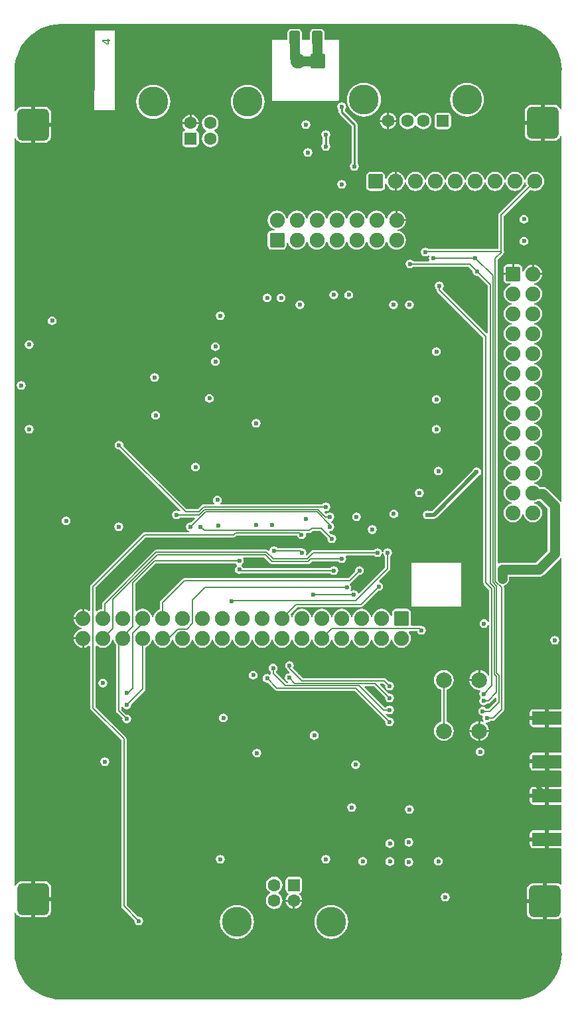
<source format=gbl>
G04*
G04 #@! TF.GenerationSoftware,Altium Limited,Altium Designer,20.0.13 (296)*
G04*
G04 Layer_Physical_Order=4*
G04 Layer_Color=16711680*
%FSAX25Y25*%
%MOIN*%
G70*
G01*
G75*
%ADD12C,0.01000*%
%ADD14C,0.00600*%
G04:AMPARAMS|DCode=22|XSize=160mil|YSize=160mil|CornerRadius=24mil|HoleSize=0mil|Usage=FLASHONLY|Rotation=0.000|XOffset=0mil|YOffset=0mil|HoleType=Round|Shape=RoundedRectangle|*
%AMROUNDEDRECTD22*
21,1,0.16000,0.11200,0,0,0.0*
21,1,0.11200,0.16000,0,0,0.0*
1,1,0.04800,0.05600,-0.05600*
1,1,0.04800,-0.05600,-0.05600*
1,1,0.04800,-0.05600,0.05600*
1,1,0.04800,0.05600,0.05600*
%
%ADD22ROUNDEDRECTD22*%
G04:AMPARAMS|DCode=40|XSize=68.9mil|YSize=149.61mil|CornerRadius=8.61mil|HoleSize=0mil|Usage=FLASHONLY|Rotation=90.000|XOffset=0mil|YOffset=0mil|HoleType=Round|Shape=RoundedRectangle|*
%AMROUNDEDRECTD40*
21,1,0.06890,0.13238,0,0,90.0*
21,1,0.05167,0.14961,0,0,90.0*
1,1,0.01722,0.06619,0.02584*
1,1,0.01722,0.06619,-0.02584*
1,1,0.01722,-0.06619,-0.02584*
1,1,0.01722,-0.06619,0.02584*
%
%ADD40ROUNDEDRECTD40*%
G04:AMPARAMS|DCode=44|XSize=70.87mil|YSize=51.18mil|CornerRadius=7.68mil|HoleSize=0mil|Usage=FLASHONLY|Rotation=90.000|XOffset=0mil|YOffset=0mil|HoleType=Round|Shape=RoundedRectangle|*
%AMROUNDEDRECTD44*
21,1,0.07087,0.03583,0,0,90.0*
21,1,0.05551,0.05118,0,0,90.0*
1,1,0.01535,0.01791,0.02776*
1,1,0.01535,0.01791,-0.02776*
1,1,0.01535,-0.01791,-0.02776*
1,1,0.01535,-0.01791,0.02776*
%
%ADD44ROUNDEDRECTD44*%
%ADD87C,0.02362*%
%ADD88C,0.01200*%
%ADD89C,0.02000*%
%ADD91C,0.05000*%
%ADD95C,0.07874*%
G04:AMPARAMS|DCode=96|XSize=74.8mil|YSize=74.8mil|CornerRadius=11.22mil|HoleSize=0mil|Usage=FLASHONLY|Rotation=180.000|XOffset=0mil|YOffset=0mil|HoleType=Round|Shape=RoundedRectangle|*
%AMROUNDEDRECTD96*
21,1,0.07480,0.05236,0,0,180.0*
21,1,0.05236,0.07480,0,0,180.0*
1,1,0.02244,-0.02618,0.02618*
1,1,0.02244,0.02618,0.02618*
1,1,0.02244,0.02618,-0.02618*
1,1,0.02244,-0.02618,-0.02618*
%
%ADD96ROUNDEDRECTD96*%
%ADD97C,0.07480*%
%ADD98C,0.22835*%
%ADD99C,0.06299*%
G04:AMPARAMS|DCode=100|XSize=62.99mil|YSize=62.99mil|CornerRadius=9.45mil|HoleSize=0mil|Usage=FLASHONLY|Rotation=180.000|XOffset=0mil|YOffset=0mil|HoleType=Round|Shape=RoundedRectangle|*
%AMROUNDEDRECTD100*
21,1,0.06299,0.04409,0,0,180.0*
21,1,0.04409,0.06299,0,0,180.0*
1,1,0.01890,-0.02205,0.02205*
1,1,0.01890,0.02205,0.02205*
1,1,0.01890,0.02205,-0.02205*
1,1,0.01890,-0.02205,-0.02205*
%
%ADD100ROUNDEDRECTD100*%
%ADD101C,0.14961*%
G04:AMPARAMS|DCode=102|XSize=62.99mil|YSize=62.99mil|CornerRadius=9.45mil|HoleSize=0mil|Usage=FLASHONLY|Rotation=90.000|XOffset=0mil|YOffset=0mil|HoleType=Round|Shape=RoundedRectangle|*
%AMROUNDEDRECTD102*
21,1,0.06299,0.04409,0,0,90.0*
21,1,0.04409,0.06299,0,0,90.0*
1,1,0.01890,0.02205,0.02205*
1,1,0.01890,0.02205,-0.02205*
1,1,0.01890,-0.02205,-0.02205*
1,1,0.01890,-0.02205,0.02205*
%
%ADD102ROUNDEDRECTD102*%
G04:AMPARAMS|DCode=103|XSize=74.8mil|YSize=74.8mil|CornerRadius=11.22mil|HoleSize=0mil|Usage=FLASHONLY|Rotation=270.000|XOffset=0mil|YOffset=0mil|HoleType=Round|Shape=RoundedRectangle|*
%AMROUNDEDRECTD103*
21,1,0.07480,0.05236,0,0,270.0*
21,1,0.05236,0.07480,0,0,270.0*
1,1,0.02244,-0.02618,-0.02618*
1,1,0.02244,-0.02618,0.02618*
1,1,0.02244,0.02618,0.02618*
1,1,0.02244,0.02618,-0.02618*
%
%ADD103ROUNDEDRECTD103*%
G36*
X0429728Y0777340D02*
X0432325Y0776898D01*
X0434856Y0776169D01*
X0437289Y0775161D01*
X0439594Y0773887D01*
X0441742Y0772363D01*
X0443706Y0770608D01*
X0445461Y0768644D01*
X0446986Y0766496D01*
X0448260Y0764191D01*
X0449268Y0761757D01*
X0449997Y0759226D01*
X0450438Y0756630D01*
X0450560Y0754451D01*
X0450471Y0754000D01*
Y0734630D01*
X0449913Y0734488D01*
X0449570Y0735315D01*
X0449025Y0736025D01*
X0448315Y0736570D01*
X0447488Y0736912D01*
X0446600Y0737029D01*
X0442000D01*
Y0728000D01*
Y0718971D01*
X0446600D01*
X0447488Y0719088D01*
X0448315Y0719430D01*
X0449025Y0719975D01*
X0449570Y0720685D01*
X0449913Y0721512D01*
X0450471Y0721370D01*
Y0537692D01*
X0449871Y0537489D01*
X0449496Y0537977D01*
X0443451Y0544022D01*
X0442720Y0544583D01*
X0441869Y0544935D01*
X0440955Y0545056D01*
X0439630D01*
X0439381Y0545381D01*
X0438390Y0546140D01*
X0437237Y0546618D01*
X0436635Y0546697D01*
Y0547303D01*
X0437237Y0547382D01*
X0438390Y0547859D01*
X0439381Y0548619D01*
X0440140Y0549610D01*
X0440618Y0550763D01*
X0440781Y0552000D01*
X0440618Y0553237D01*
X0440140Y0554390D01*
X0439381Y0555381D01*
X0438390Y0556141D01*
X0437237Y0556618D01*
X0436635Y0556697D01*
Y0557303D01*
X0437237Y0557382D01*
X0438390Y0557860D01*
X0439381Y0558619D01*
X0440140Y0559610D01*
X0440618Y0560763D01*
X0440781Y0562000D01*
X0440618Y0563237D01*
X0440140Y0564391D01*
X0439381Y0565381D01*
X0438390Y0566141D01*
X0437237Y0566618D01*
X0436635Y0566697D01*
Y0567303D01*
X0437237Y0567382D01*
X0438390Y0567860D01*
X0439381Y0568619D01*
X0440140Y0569609D01*
X0440618Y0570763D01*
X0440781Y0572000D01*
X0440618Y0573237D01*
X0440140Y0574391D01*
X0439381Y0575381D01*
X0438390Y0576140D01*
X0437237Y0576618D01*
X0436635Y0576697D01*
Y0577303D01*
X0437237Y0577382D01*
X0438390Y0577859D01*
X0439381Y0578619D01*
X0440140Y0579609D01*
X0440618Y0580763D01*
X0440781Y0582000D01*
X0440618Y0583237D01*
X0440140Y0584390D01*
X0439381Y0585381D01*
X0438390Y0586140D01*
X0437237Y0586618D01*
X0436635Y0586697D01*
Y0587303D01*
X0437237Y0587382D01*
X0438390Y0587859D01*
X0439381Y0588619D01*
X0440140Y0589609D01*
X0440618Y0590763D01*
X0440781Y0592000D01*
X0440618Y0593237D01*
X0440140Y0594390D01*
X0439381Y0595381D01*
X0438390Y0596140D01*
X0437237Y0596618D01*
X0436635Y0596697D01*
Y0597303D01*
X0437237Y0597382D01*
X0438390Y0597859D01*
X0439381Y0598619D01*
X0440140Y0599610D01*
X0440618Y0600763D01*
X0440781Y0602000D01*
X0440618Y0603237D01*
X0440140Y0604390D01*
X0439381Y0605381D01*
X0438390Y0606141D01*
X0437237Y0606618D01*
X0436635Y0606697D01*
Y0607303D01*
X0437237Y0607382D01*
X0438390Y0607860D01*
X0439381Y0608619D01*
X0440140Y0609610D01*
X0440618Y0610763D01*
X0440781Y0612000D01*
X0440618Y0613237D01*
X0440140Y0614391D01*
X0439381Y0615381D01*
X0438390Y0616141D01*
X0437237Y0616618D01*
X0436635Y0616697D01*
Y0617303D01*
X0437237Y0617382D01*
X0438390Y0617860D01*
X0439381Y0618619D01*
X0440140Y0619609D01*
X0440618Y0620763D01*
X0440781Y0622000D01*
X0440618Y0623237D01*
X0440140Y0624391D01*
X0439381Y0625381D01*
X0438390Y0626140D01*
X0437237Y0626618D01*
X0436635Y0626697D01*
Y0627303D01*
X0437237Y0627382D01*
X0438390Y0627859D01*
X0439381Y0628619D01*
X0440140Y0629609D01*
X0440618Y0630763D01*
X0440781Y0632000D01*
X0440618Y0633237D01*
X0440140Y0634390D01*
X0439381Y0635381D01*
X0438390Y0636140D01*
X0437237Y0636618D01*
X0436635Y0636697D01*
Y0637303D01*
X0437237Y0637382D01*
X0438390Y0637859D01*
X0439381Y0638619D01*
X0440140Y0639609D01*
X0440618Y0640763D01*
X0440781Y0642000D01*
X0440618Y0643237D01*
X0440140Y0644390D01*
X0439381Y0645381D01*
X0438390Y0646140D01*
X0437237Y0646618D01*
X0436635Y0646697D01*
Y0647303D01*
X0437237Y0647382D01*
X0438390Y0647859D01*
X0439381Y0648619D01*
X0440140Y0649610D01*
X0440618Y0650763D01*
X0440715Y0651500D01*
X0436000D01*
Y0652000D01*
X0435500D01*
Y0656715D01*
X0434763Y0656618D01*
X0433609Y0656141D01*
X0432619Y0655381D01*
X0431859Y0654390D01*
X0431382Y0653237D01*
X0431382Y0653236D01*
X0430782Y0653276D01*
Y0654618D01*
X0430617Y0655446D01*
X0430148Y0656148D01*
X0429446Y0656617D01*
X0428618Y0656782D01*
X0426500D01*
Y0652000D01*
X0426000D01*
Y0651500D01*
X0421218D01*
Y0649382D01*
X0421383Y0648554D01*
X0421852Y0647852D01*
X0422554Y0647383D01*
X0423382Y0647218D01*
X0424724D01*
X0424764Y0646618D01*
X0424763Y0646618D01*
X0423609Y0646140D01*
X0422619Y0645381D01*
X0421860Y0644390D01*
X0421382Y0643237D01*
X0421219Y0642000D01*
X0421382Y0640763D01*
X0421860Y0639609D01*
X0422619Y0638619D01*
X0423609Y0637859D01*
X0424763Y0637382D01*
X0425365Y0637303D01*
Y0636697D01*
X0424763Y0636618D01*
X0423609Y0636140D01*
X0422619Y0635381D01*
X0421860Y0634390D01*
X0421382Y0633237D01*
X0421219Y0632000D01*
X0421382Y0630763D01*
X0421860Y0629609D01*
X0422619Y0628619D01*
X0423609Y0627859D01*
X0424763Y0627382D01*
X0425365Y0627303D01*
Y0626697D01*
X0424763Y0626618D01*
X0423609Y0626140D01*
X0422619Y0625381D01*
X0421860Y0624391D01*
X0421382Y0623237D01*
X0421219Y0622000D01*
X0421382Y0620763D01*
X0421860Y0619609D01*
X0422619Y0618619D01*
X0423609Y0617860D01*
X0424763Y0617382D01*
X0425365Y0617303D01*
Y0616697D01*
X0424763Y0616618D01*
X0423609Y0616141D01*
X0422619Y0615381D01*
X0421860Y0614391D01*
X0421382Y0613237D01*
X0421219Y0612000D01*
X0421382Y0610763D01*
X0421860Y0609610D01*
X0422619Y0608619D01*
X0423609Y0607860D01*
X0424763Y0607382D01*
X0425365Y0607303D01*
Y0606697D01*
X0424763Y0606618D01*
X0423609Y0606141D01*
X0422619Y0605381D01*
X0421860Y0604390D01*
X0421382Y0603237D01*
X0421219Y0602000D01*
X0421382Y0600763D01*
X0421860Y0599610D01*
X0422619Y0598619D01*
X0423609Y0597859D01*
X0424763Y0597382D01*
X0425365Y0597303D01*
Y0596697D01*
X0424763Y0596618D01*
X0423609Y0596140D01*
X0422619Y0595381D01*
X0421860Y0594390D01*
X0421382Y0593237D01*
X0421219Y0592000D01*
X0421382Y0590763D01*
X0421860Y0589609D01*
X0422619Y0588619D01*
X0423609Y0587859D01*
X0424763Y0587382D01*
X0425365Y0587303D01*
Y0586697D01*
X0424763Y0586618D01*
X0423609Y0586140D01*
X0422619Y0585381D01*
X0421860Y0584390D01*
X0421382Y0583237D01*
X0421219Y0582000D01*
X0421382Y0580763D01*
X0421860Y0579609D01*
X0422619Y0578619D01*
X0423609Y0577859D01*
X0424763Y0577382D01*
X0425365Y0577303D01*
Y0576697D01*
X0424763Y0576618D01*
X0423609Y0576140D01*
X0422619Y0575381D01*
X0421860Y0574391D01*
X0421382Y0573237D01*
X0421219Y0572000D01*
X0421382Y0570763D01*
X0421860Y0569609D01*
X0422619Y0568619D01*
X0423609Y0567860D01*
X0424763Y0567382D01*
X0425365Y0567303D01*
Y0566697D01*
X0424763Y0566618D01*
X0423609Y0566141D01*
X0422619Y0565381D01*
X0421860Y0564391D01*
X0421382Y0563237D01*
X0421219Y0562000D01*
X0421382Y0560763D01*
X0421860Y0559610D01*
X0422619Y0558619D01*
X0423609Y0557860D01*
X0424763Y0557382D01*
X0425365Y0557303D01*
Y0556697D01*
X0424763Y0556618D01*
X0423609Y0556141D01*
X0422619Y0555381D01*
X0421860Y0554390D01*
X0421382Y0553237D01*
X0421219Y0552000D01*
X0421382Y0550763D01*
X0421860Y0549610D01*
X0422619Y0548619D01*
X0423609Y0547859D01*
X0424763Y0547382D01*
X0425365Y0547303D01*
Y0546697D01*
X0424763Y0546618D01*
X0423609Y0546140D01*
X0422619Y0545381D01*
X0421860Y0544390D01*
X0421382Y0543237D01*
X0421219Y0542000D01*
X0421382Y0540763D01*
X0421860Y0539609D01*
X0422619Y0538619D01*
X0423609Y0537859D01*
X0424763Y0537382D01*
X0425365Y0537303D01*
Y0536697D01*
X0424763Y0536618D01*
X0423609Y0536140D01*
X0422619Y0535381D01*
X0421860Y0534390D01*
X0421382Y0533237D01*
X0421219Y0532000D01*
X0421382Y0530763D01*
X0421860Y0529609D01*
X0422619Y0528619D01*
X0423609Y0527859D01*
X0424763Y0527382D01*
X0426000Y0527219D01*
X0427237Y0527382D01*
X0428391Y0527859D01*
X0429381Y0528619D01*
X0430140Y0529609D01*
X0430618Y0530763D01*
X0430697Y0531365D01*
X0431303D01*
X0431382Y0530763D01*
X0431859Y0529609D01*
X0432619Y0528619D01*
X0433609Y0527859D01*
X0434763Y0527382D01*
X0436000Y0527219D01*
X0437237Y0527382D01*
X0438390Y0527859D01*
X0439381Y0528619D01*
X0440140Y0529609D01*
X0440618Y0530763D01*
X0440781Y0532000D01*
X0440618Y0533237D01*
X0440140Y0534390D01*
X0439381Y0535381D01*
X0438390Y0536140D01*
X0437237Y0536618D01*
X0436635Y0536697D01*
Y0537303D01*
X0437237Y0537382D01*
X0438390Y0537859D01*
X0438567Y0537995D01*
X0439493D01*
X0443470Y0534018D01*
Y0512962D01*
X0437538Y0507030D01*
X0421000D01*
X0420750Y0506997D01*
X0420500Y0507030D01*
X0419586Y0506910D01*
X0419026Y0506678D01*
X0418426Y0507032D01*
Y0659351D01*
X0421137Y0662063D01*
X0421425Y0662493D01*
X0421525Y0663000D01*
X0421425Y0663507D01*
X0421325Y0663656D01*
Y0680951D01*
X0434697Y0694323D01*
X0435763Y0693882D01*
X0437000Y0693719D01*
X0438237Y0693882D01*
X0439391Y0694359D01*
X0440381Y0695119D01*
X0441141Y0696109D01*
X0441618Y0697263D01*
X0441781Y0698500D01*
X0441618Y0699737D01*
X0441141Y0700890D01*
X0440381Y0701881D01*
X0439391Y0702640D01*
X0438237Y0703118D01*
X0437000Y0703281D01*
X0435763Y0703118D01*
X0434610Y0702640D01*
X0433619Y0701881D01*
X0432860Y0700890D01*
X0432382Y0699737D01*
X0432303Y0699135D01*
X0431697D01*
X0431618Y0699737D01*
X0431141Y0700890D01*
X0430381Y0701881D01*
X0429390Y0702640D01*
X0428237Y0703118D01*
X0427000Y0703281D01*
X0425763Y0703118D01*
X0424610Y0702640D01*
X0423619Y0701881D01*
X0422859Y0700890D01*
X0422382Y0699737D01*
X0422303Y0699135D01*
X0421697D01*
X0421618Y0699737D01*
X0421140Y0700890D01*
X0420381Y0701881D01*
X0419390Y0702640D01*
X0418237Y0703118D01*
X0417000Y0703281D01*
X0415763Y0703118D01*
X0414609Y0702640D01*
X0413619Y0701881D01*
X0412859Y0700890D01*
X0412382Y0699737D01*
X0412303Y0699135D01*
X0411697D01*
X0411618Y0699737D01*
X0411140Y0700890D01*
X0410381Y0701881D01*
X0409390Y0702640D01*
X0408237Y0703118D01*
X0407000Y0703281D01*
X0405763Y0703118D01*
X0404609Y0702640D01*
X0403619Y0701881D01*
X0402859Y0700890D01*
X0402382Y0699737D01*
X0402303Y0699135D01*
X0401697D01*
X0401618Y0699737D01*
X0401140Y0700890D01*
X0400381Y0701881D01*
X0399391Y0702640D01*
X0398237Y0703118D01*
X0397000Y0703281D01*
X0395763Y0703118D01*
X0394609Y0702640D01*
X0393619Y0701881D01*
X0392860Y0700890D01*
X0392382Y0699737D01*
X0392303Y0699135D01*
X0391697D01*
X0391618Y0699737D01*
X0391141Y0700890D01*
X0390381Y0701881D01*
X0389390Y0702640D01*
X0388237Y0703118D01*
X0387000Y0703281D01*
X0385763Y0703118D01*
X0384610Y0702640D01*
X0383619Y0701881D01*
X0382859Y0700890D01*
X0382382Y0699737D01*
X0382303Y0699135D01*
X0381697D01*
X0381618Y0699737D01*
X0381140Y0700890D01*
X0380381Y0701881D01*
X0379391Y0702640D01*
X0378237Y0703118D01*
X0377000Y0703281D01*
X0375763Y0703118D01*
X0374609Y0702640D01*
X0373619Y0701881D01*
X0372860Y0700890D01*
X0372382Y0699737D01*
X0372303Y0699135D01*
X0371697D01*
X0371618Y0699737D01*
X0371141Y0700890D01*
X0370381Y0701881D01*
X0369391Y0702640D01*
X0368237Y0703118D01*
X0367500Y0703215D01*
Y0698500D01*
Y0693785D01*
X0368237Y0693882D01*
X0369391Y0694359D01*
X0370381Y0695119D01*
X0371141Y0696109D01*
X0371618Y0697263D01*
X0371697Y0697865D01*
X0372303D01*
X0372382Y0697263D01*
X0372860Y0696109D01*
X0373619Y0695119D01*
X0374609Y0694359D01*
X0375763Y0693882D01*
X0377000Y0693719D01*
X0378237Y0693882D01*
X0379391Y0694359D01*
X0380381Y0695119D01*
X0381140Y0696109D01*
X0381618Y0697263D01*
X0381697Y0697865D01*
X0382303D01*
X0382382Y0697263D01*
X0382859Y0696109D01*
X0383619Y0695119D01*
X0384610Y0694359D01*
X0385763Y0693882D01*
X0387000Y0693719D01*
X0388237Y0693882D01*
X0389390Y0694359D01*
X0390381Y0695119D01*
X0391141Y0696109D01*
X0391618Y0697263D01*
X0391697Y0697865D01*
X0392303D01*
X0392382Y0697263D01*
X0392860Y0696109D01*
X0393619Y0695119D01*
X0394609Y0694359D01*
X0395763Y0693882D01*
X0397000Y0693719D01*
X0398237Y0693882D01*
X0399391Y0694359D01*
X0400381Y0695119D01*
X0401140Y0696109D01*
X0401618Y0697263D01*
X0401697Y0697865D01*
X0402303D01*
X0402382Y0697263D01*
X0402859Y0696109D01*
X0403619Y0695119D01*
X0404609Y0694359D01*
X0405763Y0693882D01*
X0407000Y0693719D01*
X0408237Y0693882D01*
X0409390Y0694359D01*
X0410381Y0695119D01*
X0411140Y0696109D01*
X0411618Y0697263D01*
X0411697Y0697865D01*
X0412303D01*
X0412382Y0697263D01*
X0412859Y0696109D01*
X0413619Y0695119D01*
X0414609Y0694359D01*
X0415763Y0693882D01*
X0417000Y0693719D01*
X0418237Y0693882D01*
X0419390Y0694359D01*
X0420381Y0695119D01*
X0421140Y0696109D01*
X0421618Y0697263D01*
X0421697Y0697865D01*
X0422303D01*
X0422382Y0697263D01*
X0422859Y0696109D01*
X0423619Y0695119D01*
X0424610Y0694359D01*
X0425763Y0693882D01*
X0427000Y0693719D01*
X0428237Y0693882D01*
X0429390Y0694359D01*
X0430381Y0695119D01*
X0431141Y0696109D01*
X0431618Y0697263D01*
X0431697Y0697865D01*
X0432303D01*
X0432382Y0697263D01*
X0432823Y0696198D01*
X0419063Y0682437D01*
X0418775Y0682007D01*
X0418675Y0681500D01*
Y0664526D01*
X0383604D01*
X0383573Y0664572D01*
X0382851Y0665055D01*
X0382000Y0665224D01*
X0381149Y0665055D01*
X0380428Y0664572D01*
X0379945Y0663851D01*
X0379776Y0663000D01*
X0379945Y0662149D01*
X0380428Y0661427D01*
X0381149Y0660945D01*
X0382000Y0660776D01*
X0382851Y0660945D01*
X0383494Y0661375D01*
X0383581Y0661386D01*
X0383834Y0661108D01*
X0383864Y0661039D01*
X0383925Y0660749D01*
X0383776Y0660000D01*
X0383945Y0659149D01*
X0384095Y0658925D01*
X0383774Y0658325D01*
X0375988D01*
X0375822Y0658572D01*
X0375101Y0659055D01*
X0374250Y0659224D01*
X0373399Y0659055D01*
X0372677Y0658572D01*
X0372195Y0657851D01*
X0372026Y0657000D01*
X0372195Y0656149D01*
X0372677Y0655428D01*
X0373399Y0654945D01*
X0374250Y0654776D01*
X0375101Y0654945D01*
X0375822Y0655428D01*
X0375988Y0655675D01*
X0403648D01*
X0405762Y0653560D01*
X0405704Y0653269D01*
X0405873Y0652418D01*
X0406355Y0651696D01*
X0407077Y0651214D01*
X0407928Y0651045D01*
X0408219Y0651103D01*
X0413375Y0645948D01*
Y0622348D01*
X0412775Y0622100D01*
X0390561Y0644313D01*
X0390573Y0644427D01*
X0391055Y0645149D01*
X0391224Y0646000D01*
X0391055Y0646851D01*
X0390573Y0647573D01*
X0389851Y0648055D01*
X0389000Y0648224D01*
X0388149Y0648055D01*
X0387427Y0647573D01*
X0386945Y0646851D01*
X0386776Y0646000D01*
X0386945Y0645149D01*
X0387427Y0644427D01*
X0387674Y0644263D01*
Y0644000D01*
X0387775Y0643493D01*
X0388063Y0643063D01*
X0411074Y0620051D01*
Y0496794D01*
X0411175Y0496287D01*
X0411463Y0495857D01*
X0414075Y0493245D01*
Y0477275D01*
X0413475Y0477216D01*
X0413472Y0477229D01*
X0412990Y0477950D01*
X0412268Y0478433D01*
X0411417Y0478602D01*
X0410566Y0478433D01*
X0409845Y0477950D01*
X0409363Y0477229D01*
X0409194Y0476378D01*
X0409363Y0475527D01*
X0409845Y0474805D01*
X0410566Y0474323D01*
X0411417Y0474154D01*
X0412268Y0474323D01*
X0412990Y0474805D01*
X0413472Y0475527D01*
X0413475Y0475540D01*
X0414075Y0475481D01*
Y0450218D01*
X0413475Y0450099D01*
X0413312Y0450490D01*
X0412521Y0451521D01*
X0411490Y0452313D01*
X0410289Y0452810D01*
X0409500Y0452914D01*
Y0448000D01*
X0409000D01*
Y0447500D01*
X0404086D01*
X0404190Y0446711D01*
X0404688Y0445510D01*
X0405479Y0444479D01*
X0406510Y0443687D01*
X0407711Y0443190D01*
X0409000Y0443020D01*
X0409248Y0443053D01*
X0409536Y0442486D01*
X0409166Y0441932D01*
X0408997Y0441081D01*
X0409166Y0440230D01*
X0409489Y0439746D01*
X0409609Y0439349D01*
X0409498Y0438887D01*
X0409189Y0438425D01*
X0409019Y0437574D01*
X0409189Y0436723D01*
X0409671Y0436001D01*
X0410392Y0435519D01*
X0411243Y0435350D01*
X0412094Y0435519D01*
X0412816Y0436001D01*
X0412981Y0436248D01*
X0413574D01*
X0414081Y0436349D01*
X0414511Y0436636D01*
X0417120Y0439246D01*
X0417674Y0439016D01*
Y0437549D01*
X0413833Y0433707D01*
X0412466D01*
X0412301Y0433954D01*
X0411579Y0434436D01*
X0410728Y0434606D01*
X0409877Y0434436D01*
X0409156Y0433954D01*
X0408674Y0433233D01*
X0408504Y0432382D01*
X0408674Y0431531D01*
X0409156Y0430809D01*
X0409877Y0430327D01*
X0410504Y0430203D01*
X0410811Y0429805D01*
X0410865Y0429573D01*
X0410722Y0428851D01*
X0410891Y0428000D01*
X0411242Y0427474D01*
X0410845Y0426989D01*
X0410289Y0427219D01*
X0409500Y0427323D01*
Y0422909D01*
X0413914D01*
X0413810Y0423698D01*
X0413312Y0424899D01*
X0412521Y0425931D01*
X0412223Y0426159D01*
X0412478Y0426720D01*
X0412945Y0426627D01*
X0413797Y0426796D01*
X0414518Y0427279D01*
X0414683Y0427526D01*
X0415851D01*
X0416358Y0427627D01*
X0416788Y0427914D01*
X0421137Y0432263D01*
X0421425Y0432693D01*
X0421525Y0433200D01*
Y0494492D01*
X0421427Y0494987D01*
X0421424Y0495004D01*
X0421423Y0495090D01*
X0421678Y0495700D01*
X0422265Y0495943D01*
X0422996Y0496504D01*
X0423557Y0497235D01*
X0423910Y0498086D01*
X0424030Y0499000D01*
Y0499970D01*
X0439000D01*
X0439914Y0500090D01*
X0440765Y0500443D01*
X0441496Y0501004D01*
X0449496Y0509004D01*
X0449871Y0509492D01*
X0450471Y0509288D01*
Y0433825D01*
X0449871Y0433337D01*
X0449619Y0433387D01*
X0444000D01*
Y0428905D01*
Y0424424D01*
X0449619D01*
X0449871Y0424474D01*
X0450471Y0423986D01*
Y0412014D01*
X0449871Y0411526D01*
X0449619Y0411576D01*
X0444000D01*
Y0407094D01*
Y0402613D01*
X0449619D01*
X0449871Y0402663D01*
X0450471Y0402175D01*
Y0394825D01*
X0449871Y0394337D01*
X0449619Y0394387D01*
X0444000D01*
Y0389906D01*
Y0385424D01*
X0449619D01*
X0449871Y0385474D01*
X0450471Y0384986D01*
Y0373014D01*
X0449871Y0372526D01*
X0449619Y0372576D01*
X0444000D01*
Y0368094D01*
Y0363613D01*
X0449619D01*
X0449871Y0363663D01*
X0450471Y0363175D01*
Y0345362D01*
X0449871Y0345143D01*
X0449315Y0345570D01*
X0448488Y0345913D01*
X0447600Y0346029D01*
X0443000D01*
Y0337000D01*
Y0327971D01*
X0447600D01*
X0448488Y0328087D01*
X0449315Y0328430D01*
X0449871Y0328857D01*
X0450471Y0328638D01*
Y0311098D01*
X0450565Y0310626D01*
X0450438Y0308370D01*
X0449997Y0305774D01*
X0449268Y0303243D01*
X0448260Y0300809D01*
X0446986Y0298504D01*
X0445461Y0296356D01*
X0443706Y0294392D01*
X0441742Y0292637D01*
X0439594Y0291113D01*
X0437289Y0289839D01*
X0434856Y0288831D01*
X0432325Y0288102D01*
X0429728Y0287661D01*
X0427163Y0287516D01*
X0427098Y0287529D01*
X0199197D01*
X0199120Y0287514D01*
X0199098Y0287513D01*
X0196469Y0287661D01*
X0193872Y0288102D01*
X0191341Y0288831D01*
X0188908Y0289839D01*
X0186602Y0291113D01*
X0184454Y0292637D01*
X0182491Y0294392D01*
X0180735Y0296356D01*
X0179211Y0298504D01*
X0177937Y0300809D01*
X0176929Y0303243D01*
X0176200Y0305774D01*
X0175759Y0308370D01*
X0175612Y0310984D01*
X0175628Y0311000D01*
X0175628D01*
X0175529Y0311494D01*
Y0331370D01*
X0176087Y0331512D01*
X0176430Y0330685D01*
X0176975Y0329975D01*
X0177685Y0329430D01*
X0178512Y0329087D01*
X0179400Y0328971D01*
X0184000D01*
Y0338000D01*
Y0347029D01*
X0179400D01*
X0178512Y0346913D01*
X0177685Y0346570D01*
X0176975Y0346025D01*
X0176430Y0345315D01*
X0176087Y0344488D01*
X0175529Y0344630D01*
Y0720370D01*
X0176087Y0720512D01*
X0176430Y0719685D01*
X0176975Y0718975D01*
X0177685Y0718430D01*
X0178512Y0718087D01*
X0179400Y0717971D01*
X0184000D01*
Y0727000D01*
Y0736029D01*
X0179400D01*
X0178512Y0735913D01*
X0177685Y0735570D01*
X0176975Y0735025D01*
X0176430Y0734315D01*
X0176087Y0733488D01*
X0175529Y0733630D01*
Y0753902D01*
X0175514Y0753979D01*
X0175513Y0754000D01*
X0175661Y0756630D01*
X0176102Y0759226D01*
X0176831Y0761757D01*
X0177839Y0764191D01*
X0179113Y0766496D01*
X0180637Y0768644D01*
X0182392Y0770608D01*
X0184356Y0772363D01*
X0186504Y0773887D01*
X0188809Y0775161D01*
X0191243Y0776169D01*
X0193774Y0776898D01*
X0196370Y0777340D01*
X0198935Y0777484D01*
X0199000Y0777471D01*
X0427000D01*
X0427077Y0777486D01*
X0427098Y0777487D01*
X0429728Y0777340D01*
D02*
G37*
%LPC*%
G36*
X0329500Y0775078D02*
X0325917D01*
X0325228Y0774941D01*
X0324643Y0774550D01*
X0324252Y0773965D01*
X0324115Y0773276D01*
Y0769500D01*
X0319885D01*
Y0773276D01*
X0319748Y0773965D01*
X0319357Y0774550D01*
X0318772Y0774941D01*
X0318083Y0775078D01*
X0314500D01*
X0313810Y0774941D01*
X0313226Y0774550D01*
X0312835Y0773965D01*
X0312698Y0773276D01*
Y0769500D01*
X0305000D01*
Y0739000D01*
X0338000D01*
X0338500Y0739500D01*
Y0769500D01*
X0331302D01*
Y0773276D01*
X0331165Y0773965D01*
X0330774Y0774550D01*
X0330190Y0774941D01*
X0329500Y0775078D01*
D02*
G37*
G36*
X0225969Y0774100D02*
X0215968D01*
Y0744100D01*
X0215800D01*
Y0734100D01*
X0225969D01*
Y0774100D01*
D02*
G37*
G36*
X0402866Y0748049D02*
X0401204Y0747885D01*
X0399605Y0747400D01*
X0398132Y0746613D01*
X0396841Y0745553D01*
X0395781Y0744262D01*
X0394993Y0742789D01*
X0394509Y0741190D01*
X0394345Y0739528D01*
X0394509Y0737865D01*
X0394993Y0736267D01*
X0395781Y0734793D01*
X0396841Y0733502D01*
X0398132Y0732442D01*
X0399605Y0731655D01*
X0401204Y0731170D01*
X0402866Y0731006D01*
X0404529Y0731170D01*
X0406127Y0731655D01*
X0407600Y0732442D01*
X0408892Y0733502D01*
X0409951Y0734793D01*
X0410739Y0736267D01*
X0411224Y0737865D01*
X0411387Y0739528D01*
X0411224Y0741190D01*
X0410739Y0742789D01*
X0409951Y0744262D01*
X0408892Y0745553D01*
X0407600Y0746613D01*
X0406127Y0747400D01*
X0404529Y0747885D01*
X0402866Y0748049D01*
D02*
G37*
G36*
X0351134D02*
X0349471Y0747885D01*
X0347873Y0747400D01*
X0346400Y0746613D01*
X0345108Y0745553D01*
X0344049Y0744262D01*
X0343261Y0742789D01*
X0342776Y0741190D01*
X0342613Y0739528D01*
X0342776Y0737865D01*
X0343261Y0736267D01*
X0344049Y0734793D01*
X0345108Y0733502D01*
X0346400Y0732442D01*
X0347873Y0731655D01*
X0349471Y0731170D01*
X0351134Y0731006D01*
X0352796Y0731170D01*
X0354395Y0731655D01*
X0355868Y0732442D01*
X0357159Y0733502D01*
X0358219Y0734793D01*
X0359007Y0736267D01*
X0359491Y0737865D01*
X0359655Y0739528D01*
X0359491Y0741190D01*
X0359007Y0742789D01*
X0358219Y0744262D01*
X0357159Y0745553D01*
X0355868Y0746613D01*
X0354395Y0747400D01*
X0352796Y0747885D01*
X0351134Y0748049D01*
D02*
G37*
G36*
X0380937Y0733044D02*
X0379854Y0732901D01*
X0378844Y0732483D01*
X0377977Y0731818D01*
X0377328Y0730972D01*
X0377004Y0730921D01*
X0376996D01*
X0376672Y0730972D01*
X0376023Y0731818D01*
X0375156Y0732483D01*
X0374146Y0732901D01*
X0373063Y0733044D01*
X0371980Y0732901D01*
X0370970Y0732483D01*
X0370104Y0731818D01*
X0369438Y0730951D01*
X0369020Y0729942D01*
X0368878Y0728858D01*
X0369020Y0727775D01*
X0369438Y0726766D01*
X0370104Y0725899D01*
X0370970Y0725234D01*
X0371980Y0724816D01*
X0373063Y0724673D01*
X0374146Y0724816D01*
X0375156Y0725234D01*
X0376023Y0725899D01*
X0376672Y0726745D01*
X0376996Y0726795D01*
X0377004D01*
X0377328Y0726745D01*
X0377977Y0725899D01*
X0378844Y0725234D01*
X0379854Y0724816D01*
X0380937Y0724673D01*
X0382020Y0724816D01*
X0383030Y0725234D01*
X0383896Y0725899D01*
X0384562Y0726766D01*
X0384980Y0727775D01*
X0385122Y0728858D01*
X0384980Y0729942D01*
X0384562Y0730951D01*
X0383896Y0731818D01*
X0383030Y0732483D01*
X0382020Y0732901D01*
X0380937Y0733044D01*
D02*
G37*
G36*
X0292701Y0746970D02*
X0291038Y0746806D01*
X0289440Y0746321D01*
X0287967Y0745534D01*
X0286675Y0744474D01*
X0285615Y0743183D01*
X0284828Y0741710D01*
X0284343Y0740111D01*
X0284179Y0738449D01*
X0284343Y0736786D01*
X0284828Y0735188D01*
X0285615Y0733715D01*
X0286675Y0732423D01*
X0287967Y0731364D01*
X0289440Y0730576D01*
X0291038Y0730091D01*
X0292701Y0729927D01*
X0294363Y0730091D01*
X0295962Y0730576D01*
X0297435Y0731364D01*
X0298726Y0732423D01*
X0299786Y0733715D01*
X0300573Y0735188D01*
X0301058Y0736786D01*
X0301222Y0738449D01*
X0301058Y0740111D01*
X0300573Y0741710D01*
X0299786Y0743183D01*
X0298726Y0744474D01*
X0297435Y0745534D01*
X0295962Y0746321D01*
X0294363Y0746806D01*
X0292701Y0746970D01*
D02*
G37*
G36*
X0245299D02*
X0243637Y0746806D01*
X0242038Y0746321D01*
X0240565Y0745534D01*
X0239274Y0744474D01*
X0238214Y0743183D01*
X0237426Y0741710D01*
X0236942Y0740111D01*
X0236778Y0738449D01*
X0236942Y0736786D01*
X0237426Y0735188D01*
X0238214Y0733715D01*
X0239274Y0732423D01*
X0240565Y0731364D01*
X0242038Y0730576D01*
X0243637Y0730091D01*
X0245299Y0729927D01*
X0246962Y0730091D01*
X0248560Y0730576D01*
X0250033Y0731364D01*
X0251325Y0732423D01*
X0252384Y0733715D01*
X0253172Y0735188D01*
X0253657Y0736786D01*
X0253821Y0738449D01*
X0253657Y0740111D01*
X0253172Y0741710D01*
X0252384Y0743183D01*
X0251325Y0744474D01*
X0250033Y0745534D01*
X0248560Y0746321D01*
X0246962Y0746806D01*
X0245299Y0746970D01*
D02*
G37*
G36*
X0363720Y0732978D02*
Y0729358D01*
X0367340D01*
X0367263Y0729942D01*
X0366845Y0730951D01*
X0366180Y0731818D01*
X0365313Y0732483D01*
X0364304Y0732901D01*
X0363720Y0732978D01*
D02*
G37*
G36*
X0362720Y0732978D02*
X0362137Y0732901D01*
X0361128Y0732483D01*
X0360261Y0731818D01*
X0359596Y0730951D01*
X0359178Y0729942D01*
X0359101Y0729358D01*
X0362720D01*
Y0732978D01*
D02*
G37*
G36*
X0440000Y0737029D02*
X0435400D01*
X0434512Y0736912D01*
X0433685Y0736570D01*
X0432975Y0736025D01*
X0432430Y0735315D01*
X0432088Y0734488D01*
X0431971Y0733600D01*
Y0729000D01*
X0440000D01*
Y0737029D01*
D02*
G37*
G36*
X0264579Y0731899D02*
Y0728279D01*
X0268198D01*
X0268122Y0728863D01*
X0267703Y0729872D01*
X0267038Y0730739D01*
X0266172Y0731404D01*
X0265162Y0731822D01*
X0264579Y0731899D01*
D02*
G37*
G36*
X0263579Y0731899D02*
X0262996Y0731822D01*
X0261986Y0731404D01*
X0261119Y0730739D01*
X0260454Y0729872D01*
X0260036Y0728863D01*
X0259959Y0728279D01*
X0263579D01*
Y0731899D01*
D02*
G37*
G36*
X0190600Y0736029D02*
X0186000D01*
Y0728000D01*
X0194029D01*
Y0732600D01*
X0193912Y0733488D01*
X0193570Y0734315D01*
X0193025Y0735025D01*
X0192315Y0735570D01*
X0191488Y0735913D01*
X0190600Y0736029D01*
D02*
G37*
G36*
X0322000Y0729224D02*
X0321149Y0729055D01*
X0320427Y0728573D01*
X0319945Y0727851D01*
X0319776Y0727000D01*
X0319945Y0726149D01*
X0320427Y0725427D01*
X0321149Y0724945D01*
X0322000Y0724776D01*
X0322851Y0724945D01*
X0323572Y0725427D01*
X0324055Y0726149D01*
X0324224Y0727000D01*
X0324055Y0727851D01*
X0323572Y0728573D01*
X0322851Y0729055D01*
X0322000Y0729224D01*
D02*
G37*
G36*
X0367340Y0728358D02*
X0363720D01*
Y0724739D01*
X0364304Y0724816D01*
X0365313Y0725234D01*
X0366180Y0725899D01*
X0366845Y0726766D01*
X0367263Y0727775D01*
X0367340Y0728358D01*
D02*
G37*
G36*
X0362720D02*
X0359101D01*
X0359178Y0727775D01*
X0359596Y0726766D01*
X0360261Y0725899D01*
X0361128Y0725234D01*
X0362137Y0724816D01*
X0362720Y0724739D01*
Y0728358D01*
D02*
G37*
G36*
X0392984Y0733046D02*
X0388575D01*
X0387816Y0732895D01*
X0387173Y0732465D01*
X0386743Y0731822D01*
X0386592Y0731063D01*
Y0726653D01*
X0386743Y0725895D01*
X0387173Y0725251D01*
X0387816Y0724822D01*
X0388575Y0724671D01*
X0392984D01*
X0393743Y0724822D01*
X0394386Y0725251D01*
X0394816Y0725895D01*
X0394967Y0726653D01*
Y0731063D01*
X0394816Y0731822D01*
X0394386Y0732465D01*
X0393743Y0732895D01*
X0392984Y0733046D01*
D02*
G37*
G36*
X0440000Y0727000D02*
X0431971D01*
Y0722400D01*
X0432088Y0721512D01*
X0432430Y0720685D01*
X0432975Y0719975D01*
X0433685Y0719430D01*
X0434512Y0719088D01*
X0435400Y0718971D01*
X0440000D01*
Y0727000D01*
D02*
G37*
G36*
X0194029Y0726000D02*
X0186000D01*
Y0717971D01*
X0190600D01*
X0191488Y0718087D01*
X0192315Y0718430D01*
X0193025Y0718975D01*
X0193570Y0719685D01*
X0193912Y0720512D01*
X0194029Y0721400D01*
Y0726000D01*
D02*
G37*
G36*
X0273921Y0731965D02*
X0272838Y0731822D01*
X0271829Y0731404D01*
X0270962Y0730739D01*
X0270297Y0729872D01*
X0269879Y0728863D01*
X0269736Y0727779D01*
X0269879Y0726696D01*
X0270297Y0725687D01*
X0270962Y0724820D01*
X0271808Y0724171D01*
X0271858Y0723847D01*
Y0723839D01*
X0271808Y0723514D01*
X0270962Y0722865D01*
X0270297Y0721998D01*
X0269879Y0720989D01*
X0269736Y0719906D01*
X0269879Y0718822D01*
X0270297Y0717813D01*
X0270962Y0716946D01*
X0271829Y0716281D01*
X0272838Y0715863D01*
X0273921Y0715720D01*
X0275005Y0715863D01*
X0276014Y0716281D01*
X0276881Y0716946D01*
X0277546Y0717813D01*
X0277964Y0718822D01*
X0278107Y0719906D01*
X0277964Y0720989D01*
X0277546Y0721998D01*
X0276881Y0722865D01*
X0276035Y0723514D01*
X0275984Y0723839D01*
Y0723847D01*
X0276035Y0724171D01*
X0276881Y0724820D01*
X0277546Y0725687D01*
X0277964Y0726696D01*
X0278107Y0727779D01*
X0277964Y0728863D01*
X0277546Y0729872D01*
X0276881Y0730739D01*
X0276014Y0731404D01*
X0275005Y0731822D01*
X0273921Y0731965D01*
D02*
G37*
G36*
X0268198Y0727280D02*
X0264079D01*
X0259959D01*
X0260036Y0726696D01*
X0260454Y0725687D01*
X0261119Y0724820D01*
X0261394Y0724609D01*
X0261244Y0723968D01*
X0261115Y0723942D01*
X0260472Y0723512D01*
X0260042Y0722869D01*
X0259891Y0722110D01*
Y0717701D01*
X0260042Y0716942D01*
X0260472Y0716299D01*
X0261115Y0715869D01*
X0261874Y0715718D01*
X0266283D01*
X0267042Y0715869D01*
X0267686Y0716299D01*
X0268115Y0716942D01*
X0268266Y0717701D01*
Y0722110D01*
X0268115Y0722869D01*
X0267686Y0723512D01*
X0267042Y0723942D01*
X0266913Y0723968D01*
X0266764Y0724609D01*
X0267038Y0724820D01*
X0267703Y0725687D01*
X0268122Y0726696D01*
X0268198Y0727280D01*
D02*
G37*
G36*
X0332000Y0724224D02*
X0331149Y0724055D01*
X0330428Y0723572D01*
X0329945Y0722851D01*
X0329776Y0722000D01*
X0329945Y0721149D01*
X0330428Y0720428D01*
X0330471Y0720399D01*
Y0717601D01*
X0330428Y0717572D01*
X0329945Y0716851D01*
X0329776Y0716000D01*
X0329945Y0715149D01*
X0330428Y0714428D01*
X0331149Y0713945D01*
X0332000Y0713776D01*
X0332851Y0713945D01*
X0333573Y0714428D01*
X0334055Y0715149D01*
X0334224Y0716000D01*
X0334055Y0716851D01*
X0333573Y0717572D01*
X0333529Y0717601D01*
Y0720399D01*
X0333573Y0720428D01*
X0334055Y0721149D01*
X0334224Y0722000D01*
X0334055Y0722851D01*
X0333573Y0723572D01*
X0332851Y0724055D01*
X0332000Y0724224D01*
D02*
G37*
G36*
X0323000Y0715224D02*
X0322149Y0715055D01*
X0321427Y0714572D01*
X0320945Y0713851D01*
X0320776Y0713000D01*
X0320945Y0712149D01*
X0321427Y0711427D01*
X0322149Y0710945D01*
X0323000Y0710776D01*
X0323851Y0710945D01*
X0324572Y0711427D01*
X0325055Y0712149D01*
X0325224Y0713000D01*
X0325055Y0713851D01*
X0324572Y0714572D01*
X0323851Y0715055D01*
X0323000Y0715224D01*
D02*
G37*
G36*
X0340000Y0738224D02*
X0339149Y0738055D01*
X0338427Y0737572D01*
X0337945Y0736851D01*
X0337776Y0736000D01*
X0337945Y0735149D01*
X0338427Y0734427D01*
X0338471Y0734399D01*
Y0733418D01*
X0338587Y0732833D01*
X0338919Y0732336D01*
X0344828Y0726427D01*
Y0707601D01*
X0344785Y0707573D01*
X0344303Y0706851D01*
X0344134Y0706000D01*
X0344303Y0705149D01*
X0344785Y0704427D01*
X0345507Y0703945D01*
X0346358Y0703776D01*
X0347209Y0703945D01*
X0347930Y0704427D01*
X0348412Y0705149D01*
X0348582Y0706000D01*
X0348412Y0706851D01*
X0347930Y0707573D01*
X0347887Y0707601D01*
Y0727060D01*
X0347771Y0727645D01*
X0347439Y0728142D01*
X0341711Y0733870D01*
X0341572Y0734427D01*
X0342055Y0735149D01*
X0342224Y0736000D01*
X0342055Y0736851D01*
X0341572Y0737572D01*
X0340851Y0738055D01*
X0340000Y0738224D01*
D02*
G37*
G36*
Y0699224D02*
X0339149Y0699055D01*
X0338427Y0698572D01*
X0337945Y0697851D01*
X0337776Y0697000D01*
X0337945Y0696149D01*
X0338427Y0695428D01*
X0339149Y0694945D01*
X0340000Y0694776D01*
X0340851Y0694945D01*
X0341572Y0695428D01*
X0342055Y0696149D01*
X0342224Y0697000D01*
X0342055Y0697851D01*
X0341572Y0698572D01*
X0340851Y0699055D01*
X0340000Y0699224D01*
D02*
G37*
G36*
X0359618Y0703282D02*
X0354382D01*
X0353554Y0703117D01*
X0352852Y0702648D01*
X0352383Y0701946D01*
X0352218Y0701118D01*
Y0695882D01*
X0352383Y0695054D01*
X0352852Y0694352D01*
X0353554Y0693883D01*
X0354382Y0693718D01*
X0359618D01*
X0360446Y0693883D01*
X0361148Y0694352D01*
X0361617Y0695054D01*
X0361782Y0695882D01*
Y0697224D01*
X0362382Y0697264D01*
X0362382Y0697263D01*
X0362860Y0696109D01*
X0363619Y0695119D01*
X0364610Y0694359D01*
X0365763Y0693882D01*
X0366500Y0693785D01*
Y0698500D01*
Y0703215D01*
X0365763Y0703118D01*
X0364610Y0702640D01*
X0363619Y0701881D01*
X0362860Y0700890D01*
X0362382Y0699737D01*
X0362382Y0699736D01*
X0361782Y0699776D01*
Y0701118D01*
X0361617Y0701946D01*
X0361148Y0702648D01*
X0360446Y0703117D01*
X0359618Y0703282D01*
D02*
G37*
G36*
X0357500Y0683781D02*
X0356263Y0683618D01*
X0355110Y0683141D01*
X0354119Y0682381D01*
X0353360Y0681390D01*
X0352882Y0680237D01*
X0352803Y0679635D01*
X0352197D01*
X0352118Y0680237D01*
X0351641Y0681390D01*
X0350881Y0682381D01*
X0349890Y0683141D01*
X0348737Y0683618D01*
X0347500Y0683781D01*
X0346263Y0683618D01*
X0345110Y0683141D01*
X0344119Y0682381D01*
X0343359Y0681390D01*
X0342882Y0680237D01*
X0342803Y0679635D01*
X0342197D01*
X0342118Y0680237D01*
X0341640Y0681390D01*
X0340881Y0682381D01*
X0339891Y0683141D01*
X0338737Y0683618D01*
X0337500Y0683781D01*
X0336263Y0683618D01*
X0335109Y0683141D01*
X0334119Y0682381D01*
X0333360Y0681390D01*
X0332882Y0680237D01*
X0332803Y0679635D01*
X0332197D01*
X0332118Y0680237D01*
X0331641Y0681390D01*
X0330881Y0682381D01*
X0329890Y0683141D01*
X0328737Y0683618D01*
X0327500Y0683781D01*
X0326263Y0683618D01*
X0325110Y0683141D01*
X0324119Y0682381D01*
X0323359Y0681390D01*
X0322882Y0680237D01*
X0322803Y0679635D01*
X0322197D01*
X0322118Y0680237D01*
X0321640Y0681390D01*
X0320881Y0682381D01*
X0319890Y0683141D01*
X0318737Y0683618D01*
X0317500Y0683781D01*
X0316263Y0683618D01*
X0315109Y0683141D01*
X0314119Y0682381D01*
X0313359Y0681390D01*
X0312882Y0680237D01*
X0312803Y0679635D01*
X0312197D01*
X0312118Y0680237D01*
X0311641Y0681390D01*
X0310881Y0682381D01*
X0309891Y0683141D01*
X0308737Y0683618D01*
X0307500Y0683781D01*
X0306263Y0683618D01*
X0305110Y0683141D01*
X0304119Y0682381D01*
X0303360Y0681390D01*
X0302882Y0680237D01*
X0302719Y0679000D01*
X0302882Y0677763D01*
X0303360Y0676610D01*
X0304119Y0675619D01*
X0305110Y0674860D01*
X0306263Y0674382D01*
X0306264Y0674382D01*
X0306224Y0673782D01*
X0304882D01*
X0304054Y0673617D01*
X0303352Y0673148D01*
X0302883Y0672446D01*
X0302718Y0671618D01*
Y0666382D01*
X0302883Y0665554D01*
X0303352Y0664852D01*
X0304054Y0664383D01*
X0304882Y0664218D01*
X0310118D01*
X0310946Y0664383D01*
X0311648Y0664852D01*
X0312117Y0665554D01*
X0312282Y0666382D01*
Y0667724D01*
X0312882Y0667764D01*
X0312882Y0667763D01*
X0313359Y0666609D01*
X0314119Y0665619D01*
X0315109Y0664859D01*
X0316263Y0664382D01*
X0317500Y0664219D01*
X0318737Y0664382D01*
X0319890Y0664859D01*
X0320881Y0665619D01*
X0321640Y0666609D01*
X0322118Y0667763D01*
X0322197Y0668365D01*
X0322803D01*
X0322882Y0667763D01*
X0323359Y0666609D01*
X0324119Y0665619D01*
X0325110Y0664859D01*
X0326263Y0664382D01*
X0327500Y0664219D01*
X0328737Y0664382D01*
X0329890Y0664859D01*
X0330881Y0665619D01*
X0331641Y0666609D01*
X0332118Y0667763D01*
X0332197Y0668365D01*
X0332803D01*
X0332882Y0667763D01*
X0333360Y0666609D01*
X0334119Y0665619D01*
X0335109Y0664859D01*
X0336263Y0664382D01*
X0337500Y0664219D01*
X0338737Y0664382D01*
X0339891Y0664859D01*
X0340881Y0665619D01*
X0341640Y0666609D01*
X0342118Y0667763D01*
X0342197Y0668365D01*
X0342803D01*
X0342882Y0667763D01*
X0343359Y0666609D01*
X0344119Y0665619D01*
X0345110Y0664859D01*
X0346263Y0664382D01*
X0347500Y0664219D01*
X0348737Y0664382D01*
X0349890Y0664859D01*
X0350881Y0665619D01*
X0351641Y0666609D01*
X0352118Y0667763D01*
X0352197Y0668365D01*
X0352803D01*
X0352882Y0667763D01*
X0353360Y0666609D01*
X0354119Y0665619D01*
X0355110Y0664859D01*
X0356263Y0664382D01*
X0357500Y0664219D01*
X0358737Y0664382D01*
X0359891Y0664859D01*
X0360881Y0665619D01*
X0361641Y0666609D01*
X0362118Y0667763D01*
X0362197Y0668365D01*
X0362803D01*
X0362882Y0667763D01*
X0363359Y0666609D01*
X0364119Y0665619D01*
X0365109Y0664859D01*
X0366263Y0664382D01*
X0367500Y0664219D01*
X0368737Y0664382D01*
X0369890Y0664859D01*
X0370881Y0665619D01*
X0371640Y0666609D01*
X0372118Y0667763D01*
X0372281Y0669000D01*
X0372118Y0670237D01*
X0371640Y0671390D01*
X0370881Y0672381D01*
X0369890Y0673140D01*
X0368737Y0673618D01*
X0368135Y0673697D01*
Y0674303D01*
X0368737Y0674382D01*
X0369890Y0674860D01*
X0370881Y0675619D01*
X0371640Y0676610D01*
X0372118Y0677763D01*
X0372215Y0678500D01*
X0367500D01*
Y0679000D01*
X0367000D01*
Y0683715D01*
X0366263Y0683618D01*
X0365109Y0683141D01*
X0364119Y0682381D01*
X0363359Y0681390D01*
X0362882Y0680237D01*
X0362803Y0679635D01*
X0362197D01*
X0362118Y0680237D01*
X0361641Y0681390D01*
X0360881Y0682381D01*
X0359891Y0683141D01*
X0358737Y0683618D01*
X0357500Y0683781D01*
D02*
G37*
G36*
X0368000Y0683715D02*
Y0679500D01*
X0372215D01*
X0372118Y0680237D01*
X0371640Y0681390D01*
X0370881Y0682381D01*
X0369890Y0683141D01*
X0368737Y0683618D01*
X0368000Y0683715D01*
D02*
G37*
G36*
X0431500Y0681724D02*
X0430649Y0681555D01*
X0429927Y0681073D01*
X0429445Y0680351D01*
X0429276Y0679500D01*
X0429445Y0678649D01*
X0429927Y0677927D01*
X0430649Y0677445D01*
X0431500Y0677276D01*
X0432351Y0677445D01*
X0433073Y0677927D01*
X0433555Y0678649D01*
X0433724Y0679500D01*
X0433555Y0680351D01*
X0433073Y0681073D01*
X0432351Y0681555D01*
X0431500Y0681724D01*
D02*
G37*
G36*
Y0670724D02*
X0430649Y0670555D01*
X0429927Y0670073D01*
X0429445Y0669351D01*
X0429276Y0668500D01*
X0429445Y0667649D01*
X0429927Y0666927D01*
X0430649Y0666445D01*
X0431500Y0666276D01*
X0432351Y0666445D01*
X0433073Y0666927D01*
X0433555Y0667649D01*
X0433724Y0668500D01*
X0433555Y0669351D01*
X0433073Y0670073D01*
X0432351Y0670555D01*
X0431500Y0670724D01*
D02*
G37*
G36*
X0436500Y0656715D02*
Y0652500D01*
X0440715D01*
X0440618Y0653237D01*
X0440140Y0654390D01*
X0439381Y0655381D01*
X0438390Y0656141D01*
X0437237Y0656618D01*
X0436500Y0656715D01*
D02*
G37*
G36*
X0425500Y0656782D02*
X0423382D01*
X0422554Y0656617D01*
X0421852Y0656148D01*
X0421383Y0655446D01*
X0421218Y0654618D01*
Y0652500D01*
X0425500D01*
Y0656782D01*
D02*
G37*
G36*
X0343500Y0643724D02*
X0342649Y0643555D01*
X0341928Y0643073D01*
X0341445Y0642351D01*
X0341276Y0641500D01*
X0341445Y0640649D01*
X0341928Y0639927D01*
X0342649Y0639445D01*
X0343500Y0639276D01*
X0344351Y0639445D01*
X0345073Y0639927D01*
X0345555Y0640649D01*
X0345724Y0641500D01*
X0345555Y0642351D01*
X0345073Y0643073D01*
X0344351Y0643555D01*
X0343500Y0643724D01*
D02*
G37*
G36*
X0336000D02*
X0335149Y0643555D01*
X0334427Y0643073D01*
X0333945Y0642351D01*
X0333776Y0641500D01*
X0333945Y0640649D01*
X0334427Y0639927D01*
X0335149Y0639445D01*
X0336000Y0639276D01*
X0336851Y0639445D01*
X0337573Y0639927D01*
X0338055Y0640649D01*
X0338224Y0641500D01*
X0338055Y0642351D01*
X0337573Y0643073D01*
X0336851Y0643555D01*
X0336000Y0643724D01*
D02*
G37*
G36*
X0309500Y0642224D02*
X0308649Y0642055D01*
X0307927Y0641573D01*
X0307445Y0640851D01*
X0307276Y0640000D01*
X0307445Y0639149D01*
X0307927Y0638427D01*
X0308649Y0637945D01*
X0309500Y0637776D01*
X0310351Y0637945D01*
X0311072Y0638427D01*
X0311555Y0639149D01*
X0311724Y0640000D01*
X0311555Y0640851D01*
X0311072Y0641573D01*
X0310351Y0642055D01*
X0309500Y0642224D01*
D02*
G37*
G36*
X0302500D02*
X0301649Y0642055D01*
X0300927Y0641573D01*
X0300445Y0640851D01*
X0300276Y0640000D01*
X0300445Y0639149D01*
X0300927Y0638427D01*
X0301649Y0637945D01*
X0302500Y0637776D01*
X0303351Y0637945D01*
X0304072Y0638427D01*
X0304555Y0639149D01*
X0304724Y0640000D01*
X0304555Y0640851D01*
X0304072Y0641573D01*
X0303351Y0642055D01*
X0302500Y0642224D01*
D02*
G37*
G36*
X0374000Y0638724D02*
X0373149Y0638555D01*
X0372428Y0638072D01*
X0371945Y0637351D01*
X0371776Y0636500D01*
X0371945Y0635649D01*
X0372428Y0634928D01*
X0373149Y0634445D01*
X0374000Y0634276D01*
X0374851Y0634445D01*
X0375572Y0634928D01*
X0376055Y0635649D01*
X0376224Y0636500D01*
X0376055Y0637351D01*
X0375572Y0638072D01*
X0374851Y0638555D01*
X0374000Y0638724D01*
D02*
G37*
G36*
X0366000D02*
X0365149Y0638555D01*
X0364427Y0638072D01*
X0363945Y0637351D01*
X0363776Y0636500D01*
X0363945Y0635649D01*
X0364427Y0634928D01*
X0365149Y0634445D01*
X0366000Y0634276D01*
X0366851Y0634445D01*
X0367572Y0634928D01*
X0368055Y0635649D01*
X0368224Y0636500D01*
X0368055Y0637351D01*
X0367572Y0638072D01*
X0366851Y0638555D01*
X0366000Y0638724D01*
D02*
G37*
G36*
X0319000D02*
X0318149Y0638555D01*
X0317427Y0638072D01*
X0316945Y0637351D01*
X0316776Y0636500D01*
X0316945Y0635649D01*
X0317427Y0634928D01*
X0318149Y0634445D01*
X0319000Y0634276D01*
X0319851Y0634445D01*
X0320572Y0634928D01*
X0321055Y0635649D01*
X0321224Y0636500D01*
X0321055Y0637351D01*
X0320572Y0638072D01*
X0319851Y0638555D01*
X0319000Y0638724D01*
D02*
G37*
G36*
X0279000Y0633224D02*
X0278149Y0633055D01*
X0277428Y0632573D01*
X0276945Y0631851D01*
X0276776Y0631000D01*
X0276945Y0630149D01*
X0277428Y0629427D01*
X0278149Y0628945D01*
X0279000Y0628776D01*
X0279851Y0628945D01*
X0280573Y0629427D01*
X0281055Y0630149D01*
X0281224Y0631000D01*
X0281055Y0631851D01*
X0280573Y0632573D01*
X0279851Y0633055D01*
X0279000Y0633224D01*
D02*
G37*
G36*
X0194500Y0630724D02*
X0193649Y0630555D01*
X0192928Y0630072D01*
X0192446Y0629351D01*
X0192276Y0628500D01*
X0192446Y0627649D01*
X0192928Y0626928D01*
X0193649Y0626445D01*
X0194500Y0626276D01*
X0195351Y0626445D01*
X0196072Y0626928D01*
X0196555Y0627649D01*
X0196724Y0628500D01*
X0196555Y0629351D01*
X0196072Y0630072D01*
X0195351Y0630555D01*
X0194500Y0630724D01*
D02*
G37*
G36*
X0183000Y0618724D02*
X0182149Y0618555D01*
X0181428Y0618073D01*
X0180946Y0617351D01*
X0180776Y0616500D01*
X0180946Y0615649D01*
X0181428Y0614927D01*
X0182149Y0614445D01*
X0183000Y0614276D01*
X0183851Y0614445D01*
X0184573Y0614927D01*
X0185055Y0615649D01*
X0185224Y0616500D01*
X0185055Y0617351D01*
X0184573Y0618073D01*
X0183851Y0618555D01*
X0183000Y0618724D01*
D02*
G37*
G36*
X0276500Y0617724D02*
X0275649Y0617555D01*
X0274927Y0617072D01*
X0274445Y0616351D01*
X0274276Y0615500D01*
X0274445Y0614649D01*
X0274927Y0613928D01*
X0275649Y0613445D01*
X0276500Y0613276D01*
X0277351Y0613445D01*
X0278073Y0613928D01*
X0278555Y0614649D01*
X0278724Y0615500D01*
X0278555Y0616351D01*
X0278073Y0617072D01*
X0277351Y0617555D01*
X0276500Y0617724D01*
D02*
G37*
G36*
X0387500Y0615224D02*
X0386649Y0615055D01*
X0385928Y0614572D01*
X0385445Y0613851D01*
X0385276Y0613000D01*
X0385445Y0612149D01*
X0385928Y0611427D01*
X0386649Y0610945D01*
X0387500Y0610776D01*
X0388351Y0610945D01*
X0389072Y0611427D01*
X0389555Y0612149D01*
X0389724Y0613000D01*
X0389555Y0613851D01*
X0389072Y0614572D01*
X0388351Y0615055D01*
X0387500Y0615224D01*
D02*
G37*
G36*
X0276500Y0610224D02*
X0275649Y0610055D01*
X0274927Y0609573D01*
X0274445Y0608851D01*
X0274276Y0608000D01*
X0274445Y0607149D01*
X0274927Y0606427D01*
X0275649Y0605945D01*
X0276500Y0605776D01*
X0277351Y0605945D01*
X0278073Y0606427D01*
X0278555Y0607149D01*
X0278724Y0608000D01*
X0278555Y0608851D01*
X0278073Y0609573D01*
X0277351Y0610055D01*
X0276500Y0610224D01*
D02*
G37*
G36*
X0246000Y0602224D02*
X0245149Y0602055D01*
X0244427Y0601573D01*
X0243945Y0600851D01*
X0243776Y0600000D01*
X0243945Y0599149D01*
X0244427Y0598427D01*
X0245149Y0597945D01*
X0246000Y0597776D01*
X0246851Y0597945D01*
X0247572Y0598427D01*
X0248055Y0599149D01*
X0248224Y0600000D01*
X0248055Y0600851D01*
X0247572Y0601573D01*
X0246851Y0602055D01*
X0246000Y0602224D01*
D02*
G37*
G36*
X0179000Y0598224D02*
X0178149Y0598055D01*
X0177427Y0597573D01*
X0176945Y0596851D01*
X0176776Y0596000D01*
X0176945Y0595149D01*
X0177427Y0594427D01*
X0178149Y0593945D01*
X0179000Y0593776D01*
X0179851Y0593945D01*
X0180572Y0594427D01*
X0181054Y0595149D01*
X0181224Y0596000D01*
X0181054Y0596851D01*
X0180572Y0597573D01*
X0179851Y0598055D01*
X0179000Y0598224D01*
D02*
G37*
G36*
X0273500Y0591724D02*
X0272649Y0591555D01*
X0271927Y0591073D01*
X0271445Y0590351D01*
X0271276Y0589500D01*
X0271445Y0588649D01*
X0271927Y0587927D01*
X0272649Y0587445D01*
X0273500Y0587276D01*
X0274351Y0587445D01*
X0275073Y0587927D01*
X0275555Y0588649D01*
X0275724Y0589500D01*
X0275555Y0590351D01*
X0275073Y0591073D01*
X0274351Y0591555D01*
X0273500Y0591724D01*
D02*
G37*
G36*
X0387500Y0591224D02*
X0386649Y0591055D01*
X0385928Y0590573D01*
X0385445Y0589851D01*
X0385276Y0589000D01*
X0385445Y0588149D01*
X0385928Y0587428D01*
X0386649Y0586945D01*
X0387500Y0586776D01*
X0388351Y0586945D01*
X0389072Y0587428D01*
X0389555Y0588149D01*
X0389724Y0589000D01*
X0389555Y0589851D01*
X0389072Y0590573D01*
X0388351Y0591055D01*
X0387500Y0591224D01*
D02*
G37*
G36*
X0246500Y0583224D02*
X0245649Y0583055D01*
X0244928Y0582573D01*
X0244445Y0581851D01*
X0244276Y0581000D01*
X0244445Y0580149D01*
X0244928Y0579427D01*
X0245649Y0578945D01*
X0246500Y0578776D01*
X0247351Y0578945D01*
X0248073Y0579427D01*
X0248555Y0580149D01*
X0248724Y0581000D01*
X0248555Y0581851D01*
X0248073Y0582573D01*
X0247351Y0583055D01*
X0246500Y0583224D01*
D02*
G37*
G36*
X0297000Y0579224D02*
X0296149Y0579055D01*
X0295427Y0578573D01*
X0294945Y0577851D01*
X0294776Y0577000D01*
X0294945Y0576149D01*
X0295427Y0575427D01*
X0296149Y0574945D01*
X0297000Y0574776D01*
X0297851Y0574945D01*
X0298572Y0575427D01*
X0299055Y0576149D01*
X0299224Y0577000D01*
X0299055Y0577851D01*
X0298572Y0578573D01*
X0297851Y0579055D01*
X0297000Y0579224D01*
D02*
G37*
G36*
X0387500Y0576224D02*
X0386649Y0576055D01*
X0385928Y0575572D01*
X0385445Y0574851D01*
X0385276Y0574000D01*
X0385445Y0573149D01*
X0385928Y0572428D01*
X0386649Y0571945D01*
X0387500Y0571776D01*
X0388351Y0571945D01*
X0389072Y0572428D01*
X0389555Y0573149D01*
X0389724Y0574000D01*
X0389555Y0574851D01*
X0389072Y0575572D01*
X0388351Y0576055D01*
X0387500Y0576224D01*
D02*
G37*
G36*
X0183000D02*
X0182149Y0576055D01*
X0181428Y0575572D01*
X0180946Y0574851D01*
X0180776Y0574000D01*
X0180946Y0573149D01*
X0181428Y0572428D01*
X0182149Y0571945D01*
X0183000Y0571776D01*
X0183851Y0571945D01*
X0184573Y0572428D01*
X0185055Y0573149D01*
X0185224Y0574000D01*
X0185055Y0574851D01*
X0184573Y0575572D01*
X0183851Y0576055D01*
X0183000Y0576224D01*
D02*
G37*
G36*
X0266500Y0557224D02*
X0265649Y0557055D01*
X0264928Y0556572D01*
X0264445Y0555851D01*
X0264276Y0555000D01*
X0264445Y0554149D01*
X0264928Y0553428D01*
X0265649Y0552945D01*
X0266500Y0552776D01*
X0267351Y0552945D01*
X0268073Y0553428D01*
X0268555Y0554149D01*
X0268724Y0555000D01*
X0268555Y0555851D01*
X0268073Y0556572D01*
X0267351Y0557055D01*
X0266500Y0557224D01*
D02*
G37*
G36*
X0388500Y0555224D02*
X0387649Y0555055D01*
X0386928Y0554572D01*
X0386445Y0553851D01*
X0386276Y0553000D01*
X0386445Y0552149D01*
X0386928Y0551428D01*
X0387649Y0550945D01*
X0388500Y0550776D01*
X0389351Y0550945D01*
X0390072Y0551428D01*
X0390555Y0552149D01*
X0390724Y0553000D01*
X0390555Y0553851D01*
X0390072Y0554572D01*
X0389351Y0555055D01*
X0388500Y0555224D01*
D02*
G37*
G36*
X0379000Y0544224D02*
X0378149Y0544055D01*
X0377428Y0543573D01*
X0376945Y0542851D01*
X0376776Y0542000D01*
X0376945Y0541149D01*
X0377428Y0540427D01*
X0378149Y0539945D01*
X0379000Y0539776D01*
X0379851Y0539945D01*
X0380573Y0540427D01*
X0381055Y0541149D01*
X0381224Y0542000D01*
X0381055Y0542851D01*
X0380573Y0543573D01*
X0379851Y0544055D01*
X0379000Y0544224D01*
D02*
G37*
G36*
X0407776Y0554783D02*
X0406925Y0554614D01*
X0406203Y0554132D01*
X0405721Y0553410D01*
X0405716Y0553383D01*
X0385372Y0533039D01*
X0383874D01*
X0383851Y0533055D01*
X0383000Y0533224D01*
X0382149Y0533055D01*
X0381428Y0532573D01*
X0380945Y0531851D01*
X0380776Y0531000D01*
X0380945Y0530149D01*
X0381428Y0529427D01*
X0382149Y0528945D01*
X0383000Y0528776D01*
X0383851Y0528945D01*
X0383874Y0528961D01*
X0386216D01*
X0386997Y0529116D01*
X0387658Y0529558D01*
X0408600Y0550499D01*
X0408627Y0550504D01*
X0409348Y0550987D01*
X0409830Y0551708D01*
X0409999Y0552559D01*
X0409830Y0553410D01*
X0409348Y0554132D01*
X0408627Y0554614D01*
X0407776Y0554783D01*
D02*
G37*
G36*
X0228100Y0568224D02*
X0227249Y0568055D01*
X0226528Y0567572D01*
X0226045Y0566851D01*
X0225876Y0566000D01*
X0226045Y0565149D01*
X0226528Y0564428D01*
X0227249Y0563945D01*
X0228100Y0563776D01*
X0228391Y0563834D01*
X0259013Y0533212D01*
X0258786Y0532591D01*
X0258573Y0532573D01*
X0257851Y0533055D01*
X0257000Y0533224D01*
X0256149Y0533055D01*
X0255428Y0532573D01*
X0254945Y0531851D01*
X0254776Y0531000D01*
X0254945Y0530149D01*
X0255428Y0529427D01*
X0256149Y0528945D01*
X0257000Y0528776D01*
X0257851Y0528945D01*
X0258573Y0529427D01*
X0258737Y0529674D01*
X0266016D01*
X0266246Y0529120D01*
X0264291Y0527166D01*
X0264000Y0527224D01*
X0263149Y0527055D01*
X0262427Y0526573D01*
X0261945Y0525851D01*
X0261776Y0525000D01*
X0261945Y0524149D01*
X0262427Y0523427D01*
X0263149Y0522945D01*
X0263249Y0522926D01*
X0263190Y0522326D01*
X0241000D01*
X0240493Y0522225D01*
X0240063Y0521937D01*
X0214063Y0495937D01*
X0213775Y0495507D01*
X0213674Y0495000D01*
Y0482911D01*
X0213074Y0482616D01*
X0212390Y0483141D01*
X0211237Y0483618D01*
X0210500Y0483715D01*
Y0479000D01*
X0210000D01*
Y0478500D01*
X0205285D01*
X0205382Y0477763D01*
X0205859Y0476610D01*
X0206619Y0475619D01*
X0207610Y0474860D01*
X0208763Y0474382D01*
X0209365Y0474303D01*
Y0473697D01*
X0208763Y0473618D01*
X0207610Y0473140D01*
X0206619Y0472381D01*
X0205859Y0471390D01*
X0205382Y0470237D01*
X0205285Y0469500D01*
X0210000D01*
Y0469000D01*
X0210500D01*
Y0464285D01*
X0211237Y0464382D01*
X0212390Y0464859D01*
X0213074Y0465384D01*
X0213674Y0465089D01*
Y0434000D01*
X0213775Y0433493D01*
X0214063Y0433063D01*
X0229174Y0417951D01*
Y0334500D01*
X0229275Y0333993D01*
X0229563Y0333563D01*
X0235834Y0327291D01*
X0235776Y0327000D01*
X0235945Y0326149D01*
X0236427Y0325428D01*
X0237149Y0324945D01*
X0238000Y0324776D01*
X0238851Y0324945D01*
X0239573Y0325428D01*
X0240055Y0326149D01*
X0240224Y0327000D01*
X0240055Y0327851D01*
X0239573Y0328573D01*
X0238851Y0329055D01*
X0238000Y0329224D01*
X0237709Y0329166D01*
X0231825Y0335049D01*
Y0418500D01*
X0231725Y0419007D01*
X0231437Y0419437D01*
X0216325Y0434549D01*
Y0465089D01*
X0216926Y0465384D01*
X0217610Y0464859D01*
X0218763Y0464382D01*
X0220000Y0464219D01*
X0221237Y0464382D01*
X0222391Y0464859D01*
X0223381Y0465619D01*
X0224141Y0466609D01*
X0224618Y0467763D01*
X0224697Y0468365D01*
X0225303D01*
X0225382Y0467763D01*
X0225859Y0466609D01*
X0226619Y0465619D01*
X0226675Y0465577D01*
Y0432500D01*
X0226775Y0431993D01*
X0227063Y0431563D01*
X0229834Y0428791D01*
X0229776Y0428500D01*
X0229945Y0427649D01*
X0230428Y0426928D01*
X0231149Y0426445D01*
X0232000Y0426276D01*
X0232851Y0426445D01*
X0233573Y0426928D01*
X0234055Y0427649D01*
X0234224Y0428500D01*
X0234055Y0429351D01*
X0233573Y0430072D01*
X0232851Y0430555D01*
X0232000Y0430724D01*
X0231709Y0430666D01*
X0229326Y0433049D01*
Y0434690D01*
X0229925Y0434749D01*
X0229945Y0434649D01*
X0230428Y0433927D01*
X0231149Y0433445D01*
X0232000Y0433276D01*
X0232851Y0433445D01*
X0233573Y0433927D01*
X0234055Y0434649D01*
X0234224Y0435500D01*
X0234166Y0435791D01*
X0240937Y0442563D01*
X0241225Y0442993D01*
X0241325Y0443500D01*
Y0464418D01*
X0242390Y0464859D01*
X0243381Y0465619D01*
X0244141Y0466609D01*
X0244618Y0467763D01*
X0244697Y0468365D01*
X0245303D01*
X0245382Y0467763D01*
X0245860Y0466609D01*
X0246619Y0465619D01*
X0247609Y0464859D01*
X0248763Y0464382D01*
X0250000Y0464219D01*
X0251237Y0464382D01*
X0252391Y0464859D01*
X0253381Y0465619D01*
X0254140Y0466609D01*
X0254618Y0467763D01*
X0254697Y0468365D01*
X0255303D01*
X0255382Y0467763D01*
X0255859Y0466609D01*
X0256619Y0465619D01*
X0257610Y0464859D01*
X0258763Y0464382D01*
X0260000Y0464219D01*
X0261237Y0464382D01*
X0262390Y0464859D01*
X0263381Y0465619D01*
X0264141Y0466609D01*
X0264618Y0467763D01*
X0264697Y0468365D01*
X0265303D01*
X0265382Y0467763D01*
X0265860Y0466609D01*
X0266619Y0465619D01*
X0267610Y0464859D01*
X0268763Y0464382D01*
X0270000Y0464219D01*
X0271237Y0464382D01*
X0272391Y0464859D01*
X0273381Y0465619D01*
X0274141Y0466609D01*
X0274618Y0467763D01*
X0274697Y0468365D01*
X0275303D01*
X0275382Y0467763D01*
X0275859Y0466609D01*
X0276619Y0465619D01*
X0277609Y0464859D01*
X0278763Y0464382D01*
X0280000Y0464219D01*
X0281237Y0464382D01*
X0282390Y0464859D01*
X0283381Y0465619D01*
X0284140Y0466609D01*
X0284618Y0467763D01*
X0284697Y0468365D01*
X0285303D01*
X0285382Y0467763D01*
X0285859Y0466609D01*
X0286619Y0465619D01*
X0287610Y0464859D01*
X0288763Y0464382D01*
X0290000Y0464219D01*
X0291237Y0464382D01*
X0292390Y0464859D01*
X0293381Y0465619D01*
X0294141Y0466609D01*
X0294618Y0467763D01*
X0294697Y0468365D01*
X0295303D01*
X0295382Y0467763D01*
X0295860Y0466609D01*
X0296619Y0465619D01*
X0297609Y0464859D01*
X0298763Y0464382D01*
X0300000Y0464219D01*
X0301237Y0464382D01*
X0302391Y0464859D01*
X0303381Y0465619D01*
X0304140Y0466609D01*
X0304618Y0467763D01*
X0304697Y0468365D01*
X0305303D01*
X0305382Y0467763D01*
X0305859Y0466609D01*
X0306619Y0465619D01*
X0307610Y0464859D01*
X0308763Y0464382D01*
X0310000Y0464219D01*
X0311237Y0464382D01*
X0312390Y0464859D01*
X0313381Y0465619D01*
X0314141Y0466609D01*
X0314618Y0467763D01*
X0314697Y0468365D01*
X0315303D01*
X0315382Y0467763D01*
X0315860Y0466609D01*
X0316619Y0465619D01*
X0317610Y0464859D01*
X0318763Y0464382D01*
X0320000Y0464219D01*
X0321237Y0464382D01*
X0322391Y0464859D01*
X0323381Y0465619D01*
X0324141Y0466609D01*
X0324618Y0467763D01*
X0324697Y0468365D01*
X0325303D01*
X0325382Y0467763D01*
X0325859Y0466609D01*
X0326619Y0465619D01*
X0327609Y0464859D01*
X0328763Y0464382D01*
X0330000Y0464219D01*
X0331237Y0464382D01*
X0332390Y0464859D01*
X0333381Y0465619D01*
X0334140Y0466609D01*
X0334618Y0467763D01*
X0334697Y0468365D01*
X0335303D01*
X0335382Y0467763D01*
X0335859Y0466609D01*
X0336619Y0465619D01*
X0337610Y0464859D01*
X0338763Y0464382D01*
X0340000Y0464219D01*
X0341237Y0464382D01*
X0342390Y0464859D01*
X0343381Y0465619D01*
X0344141Y0466609D01*
X0344618Y0467763D01*
X0344697Y0468365D01*
X0345303D01*
X0345382Y0467763D01*
X0345860Y0466609D01*
X0346619Y0465619D01*
X0347609Y0464859D01*
X0348763Y0464382D01*
X0350000Y0464219D01*
X0351237Y0464382D01*
X0352391Y0464859D01*
X0353381Y0465619D01*
X0354140Y0466609D01*
X0354618Y0467763D01*
X0354697Y0468365D01*
X0355303D01*
X0355382Y0467763D01*
X0355859Y0466609D01*
X0356619Y0465619D01*
X0357610Y0464859D01*
X0358763Y0464382D01*
X0360000Y0464219D01*
X0361237Y0464382D01*
X0362390Y0464859D01*
X0363381Y0465619D01*
X0364141Y0466609D01*
X0364618Y0467763D01*
X0364697Y0468365D01*
X0365303D01*
X0365382Y0467763D01*
X0365860Y0466609D01*
X0366619Y0465619D01*
X0367610Y0464859D01*
X0368763Y0464382D01*
X0370000Y0464219D01*
X0371237Y0464382D01*
X0372391Y0464859D01*
X0373381Y0465619D01*
X0374141Y0466609D01*
X0374618Y0467763D01*
X0374781Y0469000D01*
X0374618Y0470237D01*
X0374141Y0471390D01*
X0373616Y0472075D01*
X0373911Y0472675D01*
X0377841D01*
X0377945Y0472149D01*
X0378428Y0471427D01*
X0379149Y0470945D01*
X0380000Y0470776D01*
X0380851Y0470945D01*
X0381573Y0471427D01*
X0382055Y0472149D01*
X0382224Y0473000D01*
X0382055Y0473851D01*
X0381573Y0474573D01*
X0380851Y0475055D01*
X0380000Y0475224D01*
X0379621Y0475148D01*
X0379507Y0475225D01*
X0379000Y0475325D01*
X0375131D01*
X0374691Y0475925D01*
X0374782Y0476382D01*
Y0481618D01*
X0374617Y0482446D01*
X0374148Y0483148D01*
X0373446Y0483617D01*
X0372618Y0483782D01*
X0367382D01*
X0366554Y0483617D01*
X0365852Y0483148D01*
X0365383Y0482446D01*
X0365218Y0481618D01*
Y0480276D01*
X0364618Y0480236D01*
X0364618Y0480237D01*
X0364141Y0481390D01*
X0363381Y0482381D01*
X0362390Y0483141D01*
X0361237Y0483618D01*
X0360000Y0483781D01*
X0358763Y0483618D01*
X0357610Y0483141D01*
X0356619Y0482381D01*
X0355859Y0481390D01*
X0355382Y0480237D01*
X0355303Y0479635D01*
X0354697D01*
X0354618Y0480237D01*
X0354140Y0481390D01*
X0353381Y0482381D01*
X0352391Y0483141D01*
X0351237Y0483618D01*
X0350000Y0483781D01*
X0348763Y0483618D01*
X0347609Y0483141D01*
X0346619Y0482381D01*
X0345860Y0481390D01*
X0345382Y0480237D01*
X0345303Y0479635D01*
X0344697D01*
X0344618Y0480237D01*
X0344141Y0481390D01*
X0343381Y0482381D01*
X0342390Y0483141D01*
X0341237Y0483618D01*
X0340000Y0483781D01*
X0338763Y0483618D01*
X0337610Y0483141D01*
X0336619Y0482381D01*
X0335859Y0481390D01*
X0335382Y0480237D01*
X0335303Y0479635D01*
X0334697D01*
X0334618Y0480237D01*
X0334140Y0481390D01*
X0333381Y0482381D01*
X0332390Y0483141D01*
X0331237Y0483618D01*
X0330000Y0483781D01*
X0328763Y0483618D01*
X0327609Y0483141D01*
X0326619Y0482381D01*
X0325859Y0481390D01*
X0325382Y0480237D01*
X0325303Y0479635D01*
X0324697D01*
X0324618Y0480237D01*
X0324141Y0481390D01*
X0323381Y0482381D01*
X0322391Y0483141D01*
X0321237Y0483618D01*
X0320000Y0483781D01*
X0318763Y0483618D01*
X0317610Y0483141D01*
X0316619Y0482381D01*
X0315860Y0481390D01*
X0315382Y0480237D01*
X0315303Y0479635D01*
X0314697D01*
X0314618Y0480237D01*
X0314177Y0481302D01*
X0317549Y0484675D01*
X0349500D01*
X0350007Y0484775D01*
X0350437Y0485063D01*
X0358209Y0492834D01*
X0358500Y0492776D01*
X0359351Y0492945D01*
X0360072Y0493428D01*
X0360555Y0494149D01*
X0360724Y0495000D01*
X0360555Y0495851D01*
X0360072Y0496572D01*
X0359351Y0497055D01*
X0358873Y0497150D01*
X0358675Y0497801D01*
X0363937Y0503063D01*
X0364225Y0503493D01*
X0364325Y0504000D01*
Y0510262D01*
X0364573Y0510428D01*
X0365055Y0511149D01*
X0365224Y0512000D01*
X0365055Y0512851D01*
X0364573Y0513573D01*
X0363851Y0514055D01*
X0363000Y0514224D01*
X0362149Y0514055D01*
X0361427Y0513573D01*
X0360945Y0512851D01*
X0360861Y0512428D01*
X0360806Y0512149D01*
X0360194D01*
X0360139Y0512428D01*
X0360055Y0512851D01*
X0359573Y0513573D01*
X0358851Y0514055D01*
X0358000Y0514224D01*
X0357149Y0514055D01*
X0356428Y0513573D01*
X0356262Y0513326D01*
X0325697D01*
X0325190Y0513225D01*
X0324760Y0512937D01*
X0322383Y0510560D01*
X0321917Y0510943D01*
X0322055Y0511149D01*
X0322224Y0512000D01*
X0322055Y0512851D01*
X0321572Y0513573D01*
X0320851Y0514055D01*
X0320000Y0514224D01*
X0319621Y0514149D01*
X0319507Y0514225D01*
X0319000Y0514326D01*
X0307737D01*
X0307573Y0514572D01*
X0306851Y0515055D01*
X0306000Y0515224D01*
X0305149Y0515055D01*
X0304428Y0514572D01*
X0303945Y0513851D01*
X0303818Y0513208D01*
X0303219Y0512958D01*
X0303040Y0513137D01*
X0302610Y0513425D01*
X0302103Y0513525D01*
X0246806D01*
X0246299Y0513425D01*
X0245869Y0513137D01*
X0220063Y0487331D01*
X0219775Y0486901D01*
X0219674Y0486394D01*
Y0483738D01*
X0218763Y0483618D01*
X0217610Y0483141D01*
X0216926Y0482616D01*
X0216325Y0482911D01*
Y0494451D01*
X0241549Y0519674D01*
X0285500D01*
X0286007Y0519775D01*
X0286437Y0520063D01*
X0287049Y0520675D01*
X0317641D01*
X0317745Y0520149D01*
X0318228Y0519427D01*
X0318949Y0518945D01*
X0319800Y0518776D01*
X0320651Y0518945D01*
X0321373Y0519427D01*
X0321855Y0520149D01*
X0322024Y0521000D01*
X0321969Y0521275D01*
X0322462Y0521875D01*
X0323806D01*
X0324313Y0521975D01*
X0324743Y0522263D01*
X0325555Y0523074D01*
X0329051D01*
X0332834Y0519291D01*
X0332776Y0519000D01*
X0332945Y0518149D01*
X0333428Y0517427D01*
X0334149Y0516945D01*
X0335000Y0516776D01*
X0335851Y0516945D01*
X0336573Y0517427D01*
X0337055Y0518149D01*
X0337224Y0519000D01*
X0337055Y0519851D01*
X0336573Y0520573D01*
X0335851Y0521055D01*
X0335000Y0521224D01*
X0334709Y0521166D01*
X0333638Y0522236D01*
X0333934Y0522789D01*
X0334000Y0522776D01*
X0334851Y0522945D01*
X0335573Y0523427D01*
X0336055Y0524149D01*
X0336224Y0525000D01*
X0336055Y0525851D01*
X0335573Y0526573D01*
X0334851Y0527055D01*
X0334715Y0527350D01*
X0334851Y0527945D01*
X0335573Y0528428D01*
X0336055Y0529149D01*
X0336224Y0530000D01*
X0336055Y0530851D01*
X0335573Y0531572D01*
X0334851Y0532055D01*
X0334000Y0532224D01*
X0333149Y0532055D01*
X0332428Y0531572D01*
X0331823Y0531748D01*
X0331260Y0532312D01*
X0331556Y0532865D01*
X0332000Y0532776D01*
X0332851Y0532945D01*
X0333573Y0533427D01*
X0334055Y0534149D01*
X0334224Y0535000D01*
X0334055Y0535851D01*
X0333573Y0536573D01*
X0332851Y0537055D01*
X0332000Y0537224D01*
X0331149Y0537055D01*
X0330428Y0536573D01*
X0330196Y0536226D01*
X0279102D01*
X0278920Y0536826D01*
X0279072Y0536928D01*
X0279555Y0537649D01*
X0279724Y0538500D01*
X0279555Y0539351D01*
X0279072Y0540072D01*
X0278351Y0540555D01*
X0277500Y0540724D01*
X0276649Y0540555D01*
X0275927Y0540072D01*
X0275445Y0539351D01*
X0275276Y0538500D01*
X0275445Y0537649D01*
X0275927Y0536928D01*
X0276080Y0536826D01*
X0275898Y0536226D01*
X0270506D01*
X0269999Y0536125D01*
X0269569Y0535837D01*
X0267657Y0533925D01*
X0262049D01*
X0230266Y0565709D01*
X0230324Y0566000D01*
X0230155Y0566851D01*
X0229673Y0567572D01*
X0228951Y0568055D01*
X0228100Y0568224D01*
D02*
G37*
G36*
X0366142Y0533720D02*
X0365291Y0533551D01*
X0364569Y0533069D01*
X0364087Y0532347D01*
X0363918Y0531496D01*
X0364087Y0530645D01*
X0364569Y0529924D01*
X0365291Y0529441D01*
X0366142Y0529272D01*
X0366993Y0529441D01*
X0367714Y0529924D01*
X0368196Y0530645D01*
X0368366Y0531496D01*
X0368196Y0532347D01*
X0367714Y0533069D01*
X0366993Y0533551D01*
X0366142Y0533720D01*
D02*
G37*
G36*
X0347400Y0532224D02*
X0346549Y0532055D01*
X0345828Y0531572D01*
X0345345Y0530851D01*
X0345176Y0530000D01*
X0345345Y0529149D01*
X0345828Y0528428D01*
X0346549Y0527945D01*
X0347400Y0527776D01*
X0348251Y0527945D01*
X0348973Y0528428D01*
X0349455Y0529149D01*
X0349624Y0530000D01*
X0349455Y0530851D01*
X0348973Y0531572D01*
X0348251Y0532055D01*
X0347400Y0532224D01*
D02*
G37*
G36*
X0201500Y0530224D02*
X0200649Y0530055D01*
X0199927Y0529572D01*
X0199445Y0528851D01*
X0199276Y0528000D01*
X0199445Y0527149D01*
X0199927Y0526428D01*
X0200649Y0525945D01*
X0201500Y0525776D01*
X0202351Y0525945D01*
X0203073Y0526428D01*
X0203555Y0527149D01*
X0203724Y0528000D01*
X0203555Y0528851D01*
X0203073Y0529572D01*
X0202351Y0530055D01*
X0201500Y0530224D01*
D02*
G37*
G36*
X0228000Y0527224D02*
X0227149Y0527055D01*
X0226428Y0526573D01*
X0225945Y0525851D01*
X0225776Y0525000D01*
X0225945Y0524149D01*
X0226428Y0523427D01*
X0227149Y0522945D01*
X0228000Y0522776D01*
X0228851Y0522945D01*
X0229573Y0523427D01*
X0230055Y0524149D01*
X0230224Y0525000D01*
X0230055Y0525851D01*
X0229573Y0526573D01*
X0228851Y0527055D01*
X0228000Y0527224D01*
D02*
G37*
G36*
X0355315Y0525846D02*
X0354464Y0525677D01*
X0353743Y0525195D01*
X0353260Y0524473D01*
X0353091Y0523622D01*
X0353260Y0522771D01*
X0353743Y0522050D01*
X0354464Y0521567D01*
X0355315Y0521398D01*
X0356166Y0521567D01*
X0356887Y0522050D01*
X0357369Y0522771D01*
X0357539Y0523622D01*
X0357369Y0524473D01*
X0356887Y0525195D01*
X0356166Y0525677D01*
X0355315Y0525846D01*
D02*
G37*
G36*
X0400000Y0507000D02*
X0375000D01*
Y0485000D01*
X0400000D01*
Y0507000D01*
D02*
G37*
G36*
X0209500Y0483715D02*
X0208763Y0483618D01*
X0207610Y0483141D01*
X0206619Y0482381D01*
X0205859Y0481390D01*
X0205382Y0480237D01*
X0205285Y0479500D01*
X0209500D01*
Y0483715D01*
D02*
G37*
G36*
X0447000Y0470224D02*
X0446149Y0470055D01*
X0445428Y0469572D01*
X0444945Y0468851D01*
X0444776Y0468000D01*
X0444945Y0467149D01*
X0445428Y0466428D01*
X0446149Y0465945D01*
X0447000Y0465776D01*
X0447851Y0465945D01*
X0448572Y0466428D01*
X0449055Y0467149D01*
X0449224Y0468000D01*
X0449055Y0468851D01*
X0448572Y0469572D01*
X0447851Y0470055D01*
X0447000Y0470224D01*
D02*
G37*
G36*
X0209500Y0468500D02*
X0205285D01*
X0205382Y0467763D01*
X0205859Y0466609D01*
X0206619Y0465619D01*
X0207610Y0464859D01*
X0208763Y0464382D01*
X0209500Y0464285D01*
Y0468500D01*
D02*
G37*
G36*
X0408500Y0452914D02*
X0407711Y0452810D01*
X0406510Y0452313D01*
X0405479Y0451521D01*
X0404688Y0450490D01*
X0404190Y0449289D01*
X0404086Y0448500D01*
X0408500D01*
Y0452914D01*
D02*
G37*
G36*
X0295500Y0452724D02*
X0294649Y0452555D01*
X0293928Y0452072D01*
X0293445Y0451351D01*
X0293276Y0450500D01*
X0293445Y0449649D01*
X0293928Y0448927D01*
X0294649Y0448445D01*
X0295500Y0448276D01*
X0296351Y0448445D01*
X0297073Y0448927D01*
X0297555Y0449649D01*
X0297724Y0450500D01*
X0297555Y0451351D01*
X0297073Y0452072D01*
X0296351Y0452555D01*
X0295500Y0452724D01*
D02*
G37*
G36*
X0313761Y0457585D02*
X0312910Y0457415D01*
X0312188Y0456933D01*
X0311706Y0456212D01*
X0311537Y0455361D01*
X0311706Y0454510D01*
X0312188Y0453788D01*
X0312486Y0453589D01*
X0312536Y0453338D01*
X0312824Y0452908D01*
X0313708Y0452023D01*
X0313649Y0451748D01*
X0313469Y0451414D01*
X0312732Y0451267D01*
X0312010Y0450785D01*
X0311528Y0450064D01*
X0311359Y0449213D01*
X0311528Y0448362D01*
X0312010Y0447640D01*
X0312732Y0447158D01*
X0312895Y0447125D01*
X0312836Y0446525D01*
X0312140D01*
X0306890Y0451776D01*
X0306926Y0452379D01*
X0307107Y0452500D01*
X0307589Y0453221D01*
X0307758Y0454072D01*
X0307589Y0454923D01*
X0307107Y0455645D01*
X0306386Y0456127D01*
X0305535Y0456296D01*
X0304684Y0456127D01*
X0303962Y0455645D01*
X0303480Y0454923D01*
X0303311Y0454072D01*
X0303480Y0453221D01*
X0303962Y0452500D01*
X0304209Y0452335D01*
Y0451257D01*
X0304240Y0451103D01*
X0303700Y0450742D01*
X0303382Y0450955D01*
X0302531Y0451124D01*
X0301680Y0450955D01*
X0300959Y0450472D01*
X0300477Y0449751D01*
X0300307Y0448900D01*
X0300477Y0448049D01*
X0300959Y0447328D01*
X0301680Y0446845D01*
X0302531Y0446676D01*
X0302823Y0446734D01*
X0306494Y0443063D01*
X0306924Y0442775D01*
X0307431Y0442674D01*
X0346451D01*
X0361834Y0427291D01*
X0361776Y0427000D01*
X0361945Y0426149D01*
X0362427Y0425427D01*
X0363149Y0424945D01*
X0364000Y0424776D01*
X0364851Y0424945D01*
X0365573Y0425427D01*
X0366055Y0426149D01*
X0366224Y0427000D01*
X0366055Y0427851D01*
X0365573Y0428573D01*
X0364851Y0429055D01*
X0364000Y0429224D01*
X0363709Y0429166D01*
X0362143Y0430731D01*
X0362145Y0430918D01*
X0362358Y0431365D01*
X0362509Y0431373D01*
X0363149Y0430945D01*
X0364000Y0430776D01*
X0364851Y0430945D01*
X0365573Y0431427D01*
X0366055Y0432149D01*
X0366224Y0433000D01*
X0366055Y0433851D01*
X0365573Y0434573D01*
X0364851Y0435055D01*
X0364000Y0435224D01*
X0363149Y0435055D01*
X0362427Y0434573D01*
X0362263Y0434326D01*
X0361549D01*
X0351354Y0444520D01*
X0351584Y0445075D01*
X0356051D01*
X0361834Y0439291D01*
X0361776Y0439000D01*
X0361945Y0438149D01*
X0362427Y0437428D01*
X0363149Y0436945D01*
X0364000Y0436776D01*
X0364851Y0436945D01*
X0365573Y0437428D01*
X0366055Y0438149D01*
X0366224Y0439000D01*
X0366055Y0439851D01*
X0365573Y0440573D01*
X0364851Y0441055D01*
X0364000Y0441224D01*
X0363709Y0441166D01*
X0359154Y0445720D01*
X0359384Y0446275D01*
X0360851D01*
X0361834Y0445291D01*
X0361776Y0445000D01*
X0361945Y0444149D01*
X0362427Y0443428D01*
X0363149Y0442945D01*
X0364000Y0442776D01*
X0364851Y0442945D01*
X0365573Y0443428D01*
X0366055Y0444149D01*
X0366224Y0445000D01*
X0366055Y0445851D01*
X0365573Y0446572D01*
X0364851Y0447055D01*
X0364000Y0447224D01*
X0363709Y0447166D01*
X0362337Y0448537D01*
X0361907Y0448825D01*
X0361400Y0448925D01*
X0320555D01*
X0315477Y0454003D01*
X0315815Y0454510D01*
X0315985Y0455361D01*
X0315815Y0456212D01*
X0315333Y0456933D01*
X0314612Y0457415D01*
X0313761Y0457585D01*
D02*
G37*
G36*
X0220000Y0448724D02*
X0219149Y0448555D01*
X0218427Y0448072D01*
X0217945Y0447351D01*
X0217776Y0446500D01*
X0217945Y0445649D01*
X0218427Y0444928D01*
X0219149Y0444445D01*
X0220000Y0444276D01*
X0220851Y0444445D01*
X0221572Y0444928D01*
X0222055Y0445649D01*
X0222224Y0446500D01*
X0222055Y0447351D01*
X0221572Y0448072D01*
X0220851Y0448555D01*
X0220000Y0448724D01*
D02*
G37*
G36*
X0442000Y0433387D02*
X0436381D01*
X0435655Y0433242D01*
X0435039Y0432831D01*
X0434628Y0432215D01*
X0434483Y0431489D01*
Y0429906D01*
X0442000D01*
Y0433387D01*
D02*
G37*
G36*
X0280500Y0431224D02*
X0279649Y0431055D01*
X0278927Y0430573D01*
X0278445Y0429851D01*
X0278276Y0429000D01*
X0278445Y0428149D01*
X0278927Y0427427D01*
X0279649Y0426945D01*
X0280500Y0426776D01*
X0281351Y0426945D01*
X0282072Y0427427D01*
X0282555Y0428149D01*
X0282724Y0429000D01*
X0282555Y0429851D01*
X0282072Y0430573D01*
X0281351Y0431055D01*
X0280500Y0431224D01*
D02*
G37*
G36*
X0442000Y0427906D02*
X0434483D01*
Y0426322D01*
X0434628Y0425596D01*
X0435039Y0424980D01*
X0435655Y0424569D01*
X0436381Y0424424D01*
X0442000D01*
Y0427906D01*
D02*
G37*
G36*
X0408500Y0427323D02*
X0407711Y0427219D01*
X0406510Y0426722D01*
X0405479Y0425931D01*
X0404688Y0424899D01*
X0404190Y0423698D01*
X0404086Y0422909D01*
X0408500D01*
Y0427323D01*
D02*
G37*
G36*
X0326181Y0422499D02*
X0325330Y0422330D01*
X0324609Y0421848D01*
X0324127Y0421127D01*
X0323957Y0420276D01*
X0324127Y0419425D01*
X0324609Y0418703D01*
X0325330Y0418221D01*
X0326181Y0418052D01*
X0327032Y0418221D01*
X0327754Y0418703D01*
X0328236Y0419425D01*
X0328405Y0420276D01*
X0328236Y0421127D01*
X0327754Y0421848D01*
X0327032Y0422330D01*
X0326181Y0422499D01*
D02*
G37*
G36*
X0413914Y0421909D02*
X0409500D01*
Y0417496D01*
X0410289Y0417599D01*
X0411490Y0418097D01*
X0412521Y0418888D01*
X0413312Y0419920D01*
X0413810Y0421121D01*
X0413914Y0421909D01*
D02*
G37*
G36*
X0408500D02*
X0404086D01*
X0404190Y0421121D01*
X0404688Y0419920D01*
X0405479Y0418888D01*
X0406510Y0418097D01*
X0407711Y0417599D01*
X0408500Y0417496D01*
Y0421909D01*
D02*
G37*
G36*
X0391283Y0452980D02*
X0389995Y0452810D01*
X0388794Y0452313D01*
X0387762Y0451521D01*
X0386971Y0450490D01*
X0386473Y0449289D01*
X0386304Y0448000D01*
X0386473Y0446711D01*
X0386971Y0445510D01*
X0387762Y0444479D01*
X0388794Y0443687D01*
X0389958Y0443205D01*
Y0427204D01*
X0388794Y0426722D01*
X0387762Y0425931D01*
X0386971Y0424899D01*
X0386473Y0423698D01*
X0386304Y0422409D01*
X0386473Y0421121D01*
X0386971Y0419920D01*
X0387762Y0418888D01*
X0388794Y0418097D01*
X0389995Y0417599D01*
X0391283Y0417430D01*
X0392572Y0417599D01*
X0393773Y0418097D01*
X0394805Y0418888D01*
X0395596Y0419920D01*
X0396093Y0421121D01*
X0396263Y0422409D01*
X0396093Y0423698D01*
X0395596Y0424899D01*
X0394805Y0425931D01*
X0393773Y0426722D01*
X0392609Y0427204D01*
Y0443205D01*
X0393773Y0443687D01*
X0394805Y0444479D01*
X0395596Y0445510D01*
X0396093Y0446711D01*
X0396263Y0448000D01*
X0396093Y0449289D01*
X0395596Y0450490D01*
X0394805Y0451521D01*
X0393773Y0452313D01*
X0392572Y0452810D01*
X0391283Y0452980D01*
D02*
G37*
G36*
X0409500Y0414224D02*
X0408649Y0414055D01*
X0407928Y0413573D01*
X0407445Y0412851D01*
X0407276Y0412000D01*
X0407445Y0411149D01*
X0407928Y0410428D01*
X0408649Y0409945D01*
X0409500Y0409776D01*
X0410351Y0409945D01*
X0411072Y0410428D01*
X0411555Y0411149D01*
X0411724Y0412000D01*
X0411555Y0412851D01*
X0411072Y0413573D01*
X0410351Y0414055D01*
X0409500Y0414224D01*
D02*
G37*
G36*
X0297349Y0413573D02*
X0296498Y0413404D01*
X0295777Y0412922D01*
X0295295Y0412200D01*
X0295126Y0411349D01*
X0295295Y0410498D01*
X0295777Y0409777D01*
X0296498Y0409295D01*
X0297349Y0409126D01*
X0298200Y0409295D01*
X0298922Y0409777D01*
X0299404Y0410498D01*
X0299573Y0411349D01*
X0299404Y0412200D01*
X0298922Y0412922D01*
X0298200Y0413404D01*
X0297349Y0413573D01*
D02*
G37*
G36*
X0442000Y0411576D02*
X0436381D01*
X0435655Y0411431D01*
X0435039Y0411020D01*
X0434628Y0410404D01*
X0434483Y0409678D01*
Y0408095D01*
X0442000D01*
Y0411576D01*
D02*
G37*
G36*
X0221000Y0409224D02*
X0220149Y0409055D01*
X0219427Y0408572D01*
X0218945Y0407851D01*
X0218776Y0407000D01*
X0218945Y0406149D01*
X0219427Y0405428D01*
X0220149Y0404945D01*
X0221000Y0404776D01*
X0221851Y0404945D01*
X0222572Y0405428D01*
X0223055Y0406149D01*
X0223224Y0407000D01*
X0223055Y0407851D01*
X0222572Y0408572D01*
X0221851Y0409055D01*
X0221000Y0409224D01*
D02*
G37*
G36*
X0347000Y0407724D02*
X0346149Y0407555D01*
X0345427Y0407072D01*
X0344945Y0406351D01*
X0344776Y0405500D01*
X0344945Y0404649D01*
X0345427Y0403928D01*
X0346149Y0403445D01*
X0347000Y0403276D01*
X0347851Y0403445D01*
X0348572Y0403928D01*
X0349055Y0404649D01*
X0349224Y0405500D01*
X0349055Y0406351D01*
X0348572Y0407072D01*
X0347851Y0407555D01*
X0347000Y0407724D01*
D02*
G37*
G36*
X0442000Y0406095D02*
X0434483D01*
Y0404511D01*
X0434628Y0403785D01*
X0435039Y0403169D01*
X0435655Y0402758D01*
X0436381Y0402613D01*
X0442000D01*
Y0406095D01*
D02*
G37*
G36*
X0442000Y0394387D02*
X0436381D01*
X0435655Y0394242D01*
X0435039Y0393831D01*
X0434628Y0393215D01*
X0434483Y0392489D01*
Y0390905D01*
X0442000D01*
Y0394387D01*
D02*
G37*
G36*
Y0388906D02*
X0434483D01*
Y0387322D01*
X0434628Y0386596D01*
X0435039Y0385980D01*
X0435655Y0385569D01*
X0436381Y0385424D01*
X0442000D01*
Y0388906D01*
D02*
G37*
G36*
X0345000Y0386224D02*
X0344149Y0386055D01*
X0343427Y0385573D01*
X0342945Y0384851D01*
X0342776Y0384000D01*
X0342945Y0383149D01*
X0343427Y0382428D01*
X0344149Y0381945D01*
X0345000Y0381776D01*
X0345851Y0381945D01*
X0346572Y0382428D01*
X0347055Y0383149D01*
X0347224Y0384000D01*
X0347055Y0384851D01*
X0346572Y0385573D01*
X0345851Y0386055D01*
X0345000Y0386224D01*
D02*
G37*
G36*
X0374000Y0385224D02*
X0373149Y0385055D01*
X0372428Y0384573D01*
X0371945Y0383851D01*
X0371776Y0383000D01*
X0371945Y0382149D01*
X0372428Y0381428D01*
X0373149Y0380945D01*
X0374000Y0380776D01*
X0374851Y0380945D01*
X0375572Y0381428D01*
X0376055Y0382149D01*
X0376224Y0383000D01*
X0376055Y0383851D01*
X0375572Y0384573D01*
X0374851Y0385055D01*
X0374000Y0385224D01*
D02*
G37*
G36*
X0442000Y0372576D02*
X0436381D01*
X0435655Y0372431D01*
X0435039Y0372020D01*
X0434628Y0371404D01*
X0434483Y0370678D01*
Y0369094D01*
X0442000D01*
Y0372576D01*
D02*
G37*
G36*
X0373721Y0368759D02*
X0372869Y0368590D01*
X0372148Y0368108D01*
X0371666Y0367387D01*
X0371497Y0366535D01*
X0371666Y0365684D01*
X0372148Y0364963D01*
X0372869Y0364481D01*
X0373721Y0364312D01*
X0374571Y0364481D01*
X0375293Y0364963D01*
X0375775Y0365684D01*
X0375944Y0366535D01*
X0375775Y0367387D01*
X0375293Y0368108D01*
X0374571Y0368590D01*
X0373721Y0368759D01*
D02*
G37*
G36*
X0364173Y0368169D02*
X0363322Y0367999D01*
X0362601Y0367517D01*
X0362119Y0366796D01*
X0361949Y0365945D01*
X0362119Y0365094D01*
X0362601Y0364372D01*
X0363322Y0363890D01*
X0364173Y0363721D01*
X0365024Y0363890D01*
X0365746Y0364372D01*
X0366228Y0365094D01*
X0366397Y0365945D01*
X0366228Y0366796D01*
X0365746Y0367517D01*
X0365024Y0367999D01*
X0364173Y0368169D01*
D02*
G37*
G36*
X0442000Y0367094D02*
X0434483D01*
Y0365511D01*
X0434628Y0364785D01*
X0435039Y0364169D01*
X0435655Y0363758D01*
X0436381Y0363613D01*
X0442000D01*
Y0367094D01*
D02*
G37*
G36*
X0332000Y0360224D02*
X0331149Y0360055D01*
X0330428Y0359573D01*
X0329945Y0358851D01*
X0329776Y0358000D01*
X0329945Y0357149D01*
X0330428Y0356428D01*
X0331149Y0355945D01*
X0332000Y0355776D01*
X0332851Y0355945D01*
X0333573Y0356428D01*
X0334055Y0357149D01*
X0334224Y0358000D01*
X0334055Y0358851D01*
X0333573Y0359573D01*
X0332851Y0360055D01*
X0332000Y0360224D01*
D02*
G37*
G36*
X0279000D02*
X0278149Y0360055D01*
X0277428Y0359573D01*
X0276945Y0358851D01*
X0276776Y0358000D01*
X0276945Y0357149D01*
X0277428Y0356428D01*
X0278149Y0355945D01*
X0279000Y0355776D01*
X0279851Y0355945D01*
X0280573Y0356428D01*
X0281055Y0357149D01*
X0281224Y0358000D01*
X0281055Y0358851D01*
X0280573Y0359573D01*
X0279851Y0360055D01*
X0279000Y0360224D01*
D02*
G37*
G36*
X0388500Y0359224D02*
X0387649Y0359055D01*
X0386928Y0358573D01*
X0386445Y0357851D01*
X0386276Y0357000D01*
X0386445Y0356149D01*
X0386928Y0355428D01*
X0387649Y0354945D01*
X0388500Y0354776D01*
X0389351Y0354945D01*
X0390072Y0355428D01*
X0390555Y0356149D01*
X0390724Y0357000D01*
X0390555Y0357851D01*
X0390072Y0358573D01*
X0389351Y0359055D01*
X0388500Y0359224D01*
D02*
G37*
G36*
X0350500D02*
X0349649Y0359055D01*
X0348927Y0358573D01*
X0348445Y0357851D01*
X0348276Y0357000D01*
X0348445Y0356149D01*
X0348927Y0355428D01*
X0349649Y0354945D01*
X0350500Y0354776D01*
X0351351Y0354945D01*
X0352073Y0355428D01*
X0352555Y0356149D01*
X0352724Y0357000D01*
X0352555Y0357851D01*
X0352073Y0358573D01*
X0351351Y0359055D01*
X0350500Y0359224D01*
D02*
G37*
G36*
X0364173Y0359169D02*
X0363322Y0358999D01*
X0362601Y0358517D01*
X0362119Y0357796D01*
X0361949Y0356945D01*
X0362119Y0356094D01*
X0362601Y0355372D01*
X0363322Y0354890D01*
X0364173Y0354721D01*
X0365024Y0354890D01*
X0365746Y0355372D01*
X0366228Y0356094D01*
X0366397Y0356945D01*
X0366228Y0357796D01*
X0365746Y0358517D01*
X0365024Y0358999D01*
X0364173Y0359169D01*
D02*
G37*
G36*
X0373721Y0358759D02*
X0372869Y0358590D01*
X0372148Y0358108D01*
X0371666Y0357386D01*
X0371497Y0356535D01*
X0371666Y0355684D01*
X0372148Y0354963D01*
X0372869Y0354481D01*
X0373721Y0354312D01*
X0374571Y0354481D01*
X0375293Y0354963D01*
X0375775Y0355684D01*
X0375944Y0356535D01*
X0375775Y0357386D01*
X0375293Y0358108D01*
X0374571Y0358590D01*
X0373721Y0358759D01*
D02*
G37*
G36*
X0190600Y0347029D02*
X0186000D01*
Y0339000D01*
X0194029D01*
Y0343600D01*
X0193912Y0344488D01*
X0193570Y0345315D01*
X0193025Y0346025D01*
X0192315Y0346570D01*
X0191488Y0346913D01*
X0190600Y0347029D01*
D02*
G37*
G36*
X0441000Y0346029D02*
X0436400D01*
X0435512Y0345913D01*
X0434685Y0345570D01*
X0433975Y0345025D01*
X0433430Y0344315D01*
X0433087Y0343488D01*
X0432971Y0342600D01*
Y0338000D01*
X0441000D01*
Y0346029D01*
D02*
G37*
G36*
X0318126Y0349282D02*
X0313717D01*
X0312958Y0349131D01*
X0312314Y0348701D01*
X0311884Y0348058D01*
X0311734Y0347299D01*
Y0342890D01*
X0311884Y0342131D01*
X0312314Y0341488D01*
X0312958Y0341058D01*
X0313087Y0341032D01*
X0313236Y0340391D01*
X0312962Y0340180D01*
X0312297Y0339313D01*
X0311878Y0338304D01*
X0311802Y0337720D01*
X0315921D01*
X0320041D01*
X0319964Y0338304D01*
X0319546Y0339313D01*
X0318881Y0340180D01*
X0318606Y0340391D01*
X0318756Y0341032D01*
X0318885Y0341058D01*
X0319528Y0341488D01*
X0319958Y0342131D01*
X0320109Y0342890D01*
Y0347299D01*
X0319958Y0348058D01*
X0319528Y0348701D01*
X0318885Y0349131D01*
X0318126Y0349282D01*
D02*
G37*
G36*
X0392000Y0341224D02*
X0391149Y0341055D01*
X0390427Y0340573D01*
X0389945Y0339851D01*
X0389776Y0339000D01*
X0389945Y0338149D01*
X0390427Y0337427D01*
X0391149Y0336945D01*
X0392000Y0336776D01*
X0392851Y0336945D01*
X0393572Y0337427D01*
X0394055Y0338149D01*
X0394224Y0339000D01*
X0394055Y0339851D01*
X0393572Y0340573D01*
X0392851Y0341055D01*
X0392000Y0341224D01*
D02*
G37*
G36*
X0320041Y0336720D02*
X0316421D01*
Y0333101D01*
X0317004Y0333178D01*
X0318014Y0333596D01*
X0318881Y0334261D01*
X0319546Y0335128D01*
X0319964Y0336137D01*
X0320041Y0336720D01*
D02*
G37*
G36*
X0315421D02*
X0311802D01*
X0311878Y0336137D01*
X0312297Y0335128D01*
X0312962Y0334261D01*
X0313828Y0333596D01*
X0314838Y0333178D01*
X0315421Y0333101D01*
Y0336720D01*
D02*
G37*
G36*
X0306079Y0349280D02*
X0304995Y0349137D01*
X0303986Y0348719D01*
X0303119Y0348054D01*
X0302454Y0347187D01*
X0302036Y0346178D01*
X0301893Y0345094D01*
X0302036Y0344011D01*
X0302454Y0343002D01*
X0303119Y0342135D01*
X0303965Y0341486D01*
X0304016Y0341161D01*
Y0341153D01*
X0303965Y0340829D01*
X0303119Y0340180D01*
X0302454Y0339313D01*
X0302036Y0338304D01*
X0301893Y0337221D01*
X0302036Y0336137D01*
X0302454Y0335128D01*
X0303119Y0334261D01*
X0303986Y0333596D01*
X0304995Y0333178D01*
X0306079Y0333035D01*
X0307162Y0333178D01*
X0308172Y0333596D01*
X0309038Y0334261D01*
X0309703Y0335128D01*
X0310121Y0336137D01*
X0310264Y0337221D01*
X0310121Y0338304D01*
X0309703Y0339313D01*
X0309038Y0340180D01*
X0308192Y0340829D01*
X0308142Y0341153D01*
Y0341161D01*
X0308192Y0341486D01*
X0309038Y0342135D01*
X0309703Y0343002D01*
X0310121Y0344011D01*
X0310264Y0345094D01*
X0310121Y0346178D01*
X0309703Y0347187D01*
X0309038Y0348054D01*
X0308172Y0348719D01*
X0307162Y0349137D01*
X0306079Y0349280D01*
D02*
G37*
G36*
X0194029Y0337000D02*
X0186000D01*
Y0328971D01*
X0190600D01*
X0191488Y0329087D01*
X0192315Y0329430D01*
X0193025Y0329975D01*
X0193570Y0330685D01*
X0193912Y0331512D01*
X0194029Y0332400D01*
Y0337000D01*
D02*
G37*
G36*
X0441000Y0336000D02*
X0432971D01*
Y0331400D01*
X0433087Y0330512D01*
X0433430Y0329685D01*
X0433975Y0328975D01*
X0434685Y0328430D01*
X0435512Y0328087D01*
X0436400Y0327971D01*
X0441000D01*
Y0336000D01*
D02*
G37*
G36*
X0334701Y0335072D02*
X0333038Y0334909D01*
X0331440Y0334424D01*
X0329967Y0333636D01*
X0328675Y0332577D01*
X0327615Y0331285D01*
X0326828Y0329812D01*
X0326343Y0328214D01*
X0326179Y0326551D01*
X0326343Y0324889D01*
X0326828Y0323290D01*
X0327615Y0321817D01*
X0328675Y0320526D01*
X0329967Y0319466D01*
X0331440Y0318678D01*
X0333038Y0318194D01*
X0334701Y0318030D01*
X0336363Y0318194D01*
X0337962Y0318678D01*
X0339435Y0319466D01*
X0340726Y0320526D01*
X0341786Y0321817D01*
X0342573Y0323290D01*
X0343058Y0324889D01*
X0343222Y0326551D01*
X0343058Y0328214D01*
X0342573Y0329812D01*
X0341786Y0331285D01*
X0340726Y0332577D01*
X0339435Y0333636D01*
X0337962Y0334424D01*
X0336363Y0334909D01*
X0334701Y0335072D01*
D02*
G37*
G36*
X0287299D02*
X0285637Y0334909D01*
X0284038Y0334424D01*
X0282565Y0333636D01*
X0281274Y0332577D01*
X0280214Y0331285D01*
X0279427Y0329812D01*
X0278942Y0328214D01*
X0278778Y0326551D01*
X0278942Y0324889D01*
X0279427Y0323290D01*
X0280214Y0321817D01*
X0281274Y0320526D01*
X0282565Y0319466D01*
X0284038Y0318678D01*
X0285637Y0318194D01*
X0287299Y0318030D01*
X0288962Y0318194D01*
X0290560Y0318678D01*
X0292033Y0319466D01*
X0293325Y0320526D01*
X0294385Y0321817D01*
X0295172Y0323290D01*
X0295657Y0324889D01*
X0295821Y0326551D01*
X0295657Y0328214D01*
X0295172Y0329812D01*
X0294385Y0331285D01*
X0293325Y0332577D01*
X0292033Y0333636D01*
X0290560Y0334424D01*
X0288962Y0334909D01*
X0287299Y0335072D01*
D02*
G37*
%LPD*%
G36*
X0222723Y0770114D02*
X0222763Y0770110D01*
X0222803Y0770103D01*
X0222839Y0770092D01*
X0222875Y0770081D01*
X0222879D01*
X0222886Y0770074D01*
X0222901Y0770067D01*
X0222916Y0770059D01*
X0222930Y0770045D01*
X0222945Y0770030D01*
X0222952Y0770012D01*
X0222955Y0769994D01*
Y0769633D01*
X0223694D01*
X0223698D01*
X0223713Y0769630D01*
X0223734Y0769626D01*
X0223753Y0769612D01*
X0223756Y0769608D01*
X0223764Y0769597D01*
X0223778Y0769575D01*
X0223789Y0769546D01*
Y0769539D01*
X0223793Y0769528D01*
X0223796Y0769513D01*
X0223800Y0769473D01*
X0223807Y0769422D01*
Y0769408D01*
X0223811Y0769393D01*
Y0769371D01*
X0223815Y0769342D01*
Y0769310D01*
X0223818Y0769273D01*
Y0769164D01*
X0223815Y0769131D01*
Y0769102D01*
X0223807Y0769036D01*
Y0769026D01*
X0223804Y0769011D01*
Y0768993D01*
X0223796Y0768953D01*
X0223789Y0768913D01*
X0223785Y0768905D01*
X0223778Y0768887D01*
X0223767Y0768869D01*
X0223753Y0768851D01*
X0223749Y0768847D01*
X0223734Y0768844D01*
X0223716Y0768840D01*
X0223694Y0768836D01*
X0222955D01*
Y0767253D01*
X0222952Y0767227D01*
X0222945Y0767198D01*
X0222941Y0767195D01*
X0222934Y0767180D01*
X0222919Y0767162D01*
X0222897Y0767144D01*
X0222894D01*
X0222890Y0767140D01*
X0222868Y0767133D01*
X0222832Y0767122D01*
X0222784Y0767111D01*
X0222781D01*
X0222770D01*
X0222755Y0767107D01*
X0222730D01*
X0222704Y0767104D01*
X0222668D01*
X0222632Y0767100D01*
X0222588D01*
X0222584D01*
X0222570D01*
X0222551D01*
X0222526D01*
X0222471D01*
X0222413Y0767104D01*
X0222410D01*
X0222402D01*
X0222388Y0767107D01*
X0222370D01*
X0222326Y0767111D01*
X0222282Y0767118D01*
X0222278D01*
X0222271Y0767122D01*
X0222260D01*
X0222246Y0767126D01*
X0222209Y0767136D01*
X0222169Y0767147D01*
X0222166D01*
X0222158Y0767151D01*
X0222147Y0767155D01*
X0222133Y0767162D01*
X0222096Y0767180D01*
X0222053Y0767202D01*
X0219825Y0768465D01*
X0219822Y0768469D01*
X0219807Y0768476D01*
X0219792Y0768494D01*
X0219778Y0768516D01*
Y0768520D01*
X0219774Y0768523D01*
X0219763Y0768545D01*
X0219752Y0768578D01*
X0219741Y0768621D01*
Y0768625D01*
X0219738Y0768632D01*
Y0768651D01*
X0219734Y0768669D01*
X0219730Y0768694D01*
X0219727Y0768723D01*
X0219723Y0768756D01*
X0219720Y0768793D01*
Y0768811D01*
X0219716Y0768833D01*
Y0768902D01*
X0219712Y0768942D01*
Y0769138D01*
X0219716Y0769182D01*
Y0769229D01*
X0219720Y0769277D01*
X0219723Y0769320D01*
Y0769339D01*
X0219727Y0769360D01*
X0219730Y0769386D01*
X0219738Y0769444D01*
X0219741Y0769473D01*
X0219749Y0769499D01*
Y0769502D01*
X0219752Y0769510D01*
X0219756Y0769524D01*
X0219760Y0769539D01*
X0219771Y0769572D01*
X0219789Y0769601D01*
X0219792Y0769604D01*
X0219807Y0769619D01*
X0219825Y0769630D01*
X0219851Y0769633D01*
X0222297D01*
Y0770001D01*
X0222300Y0770012D01*
X0222308Y0770023D01*
X0222315Y0770038D01*
X0222329Y0770052D01*
X0222351Y0770067D01*
X0222377Y0770081D01*
X0222380D01*
X0222391Y0770088D01*
X0222410Y0770092D01*
X0222439Y0770099D01*
X0222471Y0770107D01*
X0222515Y0770110D01*
X0222570Y0770118D01*
X0222632D01*
X0222639D01*
X0222657D01*
X0222686D01*
X0222723Y0770114D01*
D02*
G37*
%LPC*%
G36*
X0222297Y0768836D02*
X0220426D01*
Y0768829D01*
X0222297Y0767759D01*
Y0768836D01*
D02*
G37*
%LPD*%
G36*
X0360861Y0511572D02*
X0360945Y0511149D01*
X0361427Y0510428D01*
X0361674Y0510262D01*
Y0504549D01*
X0348657Y0491532D01*
X0348083Y0491706D01*
X0348055Y0491851D01*
X0347572Y0492572D01*
X0346851Y0493055D01*
X0346000Y0493224D01*
X0345149Y0493055D01*
X0344661Y0492729D01*
X0344229Y0493161D01*
X0344555Y0493649D01*
X0344724Y0494500D01*
X0344555Y0495351D01*
X0344073Y0496072D01*
X0344043Y0496092D01*
X0344038Y0496154D01*
X0344194Y0496713D01*
X0344507Y0496775D01*
X0344937Y0497063D01*
X0348692Y0500817D01*
X0348900Y0500776D01*
X0349751Y0500945D01*
X0350472Y0501428D01*
X0350955Y0502149D01*
X0351124Y0503000D01*
X0350955Y0503851D01*
X0350472Y0504572D01*
X0349751Y0505055D01*
X0348900Y0505224D01*
X0348049Y0505055D01*
X0347327Y0504572D01*
X0346845Y0503851D01*
X0346676Y0503000D01*
X0346751Y0502625D01*
X0343451Y0499326D01*
X0261091D01*
X0260584Y0499225D01*
X0260154Y0498937D01*
X0249063Y0487846D01*
X0248775Y0487416D01*
X0248675Y0486909D01*
Y0483582D01*
X0247609Y0483141D01*
X0246619Y0482381D01*
X0245860Y0481390D01*
X0245382Y0480237D01*
X0245303Y0479635D01*
X0244697D01*
X0244618Y0480237D01*
X0244141Y0481390D01*
X0243381Y0482381D01*
X0242390Y0483141D01*
X0241237Y0483618D01*
X0240000Y0483781D01*
X0238763Y0483618D01*
X0237610Y0483141D01*
X0236926Y0482616D01*
X0236326Y0482911D01*
Y0496451D01*
X0246549Y0506674D01*
X0286762D01*
X0286928Y0506427D01*
X0287443Y0506083D01*
X0287448Y0506070D01*
Y0505430D01*
X0287443Y0505417D01*
X0286928Y0505072D01*
X0286445Y0504351D01*
X0286276Y0503500D01*
X0286445Y0502649D01*
X0286928Y0501928D01*
X0287649Y0501445D01*
X0288500Y0501276D01*
X0289351Y0501445D01*
X0289694Y0501675D01*
X0334262D01*
X0334427Y0501428D01*
X0335149Y0500945D01*
X0336000Y0500776D01*
X0336851Y0500945D01*
X0337573Y0501428D01*
X0338055Y0502149D01*
X0338224Y0503000D01*
X0338055Y0503851D01*
X0337573Y0504572D01*
X0336851Y0505055D01*
X0336000Y0505224D01*
X0335149Y0505055D01*
X0334427Y0504572D01*
X0334262Y0504325D01*
X0290560D01*
X0290555Y0504351D01*
X0290072Y0505072D01*
X0289557Y0505417D01*
X0289552Y0505430D01*
Y0506070D01*
X0289557Y0506083D01*
X0290072Y0506427D01*
X0290555Y0507149D01*
X0290724Y0508000D01*
X0290555Y0508851D01*
X0290405Y0509074D01*
X0290726Y0509675D01*
X0301057D01*
X0304069Y0506663D01*
X0304499Y0506375D01*
X0305006Y0506275D01*
X0322994D01*
X0323501Y0506375D01*
X0323931Y0506663D01*
X0324943Y0507675D01*
X0338263D01*
X0338427Y0507428D01*
X0339149Y0506945D01*
X0340000Y0506776D01*
X0340851Y0506945D01*
X0341572Y0507428D01*
X0342055Y0508149D01*
X0342224Y0509000D01*
X0342055Y0509851D01*
X0341905Y0510075D01*
X0342226Y0510674D01*
X0356262D01*
X0356428Y0510428D01*
X0357149Y0509945D01*
X0358000Y0509776D01*
X0358851Y0509945D01*
X0359573Y0510428D01*
X0360055Y0511149D01*
X0360139Y0511572D01*
X0360194Y0511851D01*
X0360806D01*
X0360861Y0511572D01*
D02*
G37*
D12*
X0346358Y0706000D02*
Y0727060D01*
X0340000Y0733418D02*
X0346358Y0727060D01*
X0340000Y0733418D02*
Y0736000D01*
X0332000Y0716000D02*
Y0722000D01*
D14*
X0270506Y0534900D02*
X0331900D01*
X0332000Y0535000D01*
X0415851Y0428851D02*
X0420200Y0433200D01*
X0412945Y0428851D02*
X0415851D01*
X0414382Y0432382D02*
X0419000Y0437000D01*
X0410728Y0432382D02*
X0414382D01*
X0413574Y0437574D02*
X0417800Y0441800D01*
X0411243Y0437574D02*
X0413574D01*
X0411221Y0441081D02*
X0415400Y0445261D01*
Y0493794D01*
X0419000Y0437000D02*
Y0450303D01*
X0420200Y0433200D02*
Y0494492D01*
X0348900Y0502900D02*
Y0503000D01*
X0344000Y0498000D02*
X0348900Y0502900D01*
X0232500Y0441500D02*
X0234868Y0443868D01*
Y0471573D02*
X0240000Y0476706D01*
X0234868Y0443868D02*
Y0471573D01*
X0232000Y0441500D02*
X0232500D01*
X0240000Y0476706D02*
Y0479000D01*
X0252853Y0469000D02*
X0257550Y0473697D01*
X0262197D02*
X0265000Y0476500D01*
X0257550Y0473697D02*
X0262197D01*
X0414700Y0496598D02*
Y0646496D01*
X0404197Y0657000D02*
X0414700Y0646496D01*
X0374250Y0657000D02*
X0404197D01*
X0313583Y0449213D02*
X0316395Y0446400D01*
X0356600D01*
X0311591Y0445200D02*
X0348800D01*
X0305535Y0451257D02*
Y0454072D01*
Y0451257D02*
X0311591Y0445200D01*
X0313761Y0453845D02*
Y0455361D01*
Y0453845D02*
X0320006Y0447600D01*
X0361400D01*
X0230500Y0334500D02*
Y0418500D01*
X0238000Y0327000D02*
Y0327000D01*
X0230500Y0334500D02*
X0238000Y0327000D01*
X0420000Y0681500D02*
X0437000Y0698500D01*
X0420000Y0663200D02*
Y0681500D01*
X0382000Y0663000D02*
X0382200Y0663200D01*
X0420000D01*
X0386000Y0660000D02*
X0407000D01*
X0389000Y0644000D02*
Y0646000D01*
X0379000Y0474000D02*
X0380000Y0473000D01*
X0335000Y0474000D02*
X0379000D01*
X0330000Y0469000D02*
X0335000Y0474000D01*
X0325697Y0512000D02*
X0358000D01*
X0322497Y0508800D02*
X0325697Y0512000D01*
X0261091Y0498000D02*
X0344000D01*
X0250000Y0486909D02*
X0261091Y0498000D01*
X0271353Y0494500D02*
X0342000D01*
X0265000Y0488147D02*
X0271353Y0494500D01*
X0215000Y0434000D02*
X0230500Y0418500D01*
X0215000Y0434000D02*
Y0495000D01*
X0265000Y0476500D02*
Y0488147D01*
X0361400Y0447600D02*
X0364000Y0445000D01*
X0361000Y0433000D02*
X0364000D01*
X0319000Y0513000D02*
X0320000Y0512000D01*
X0306000Y0513000D02*
X0319000D01*
X0305006Y0507600D02*
X0322994D01*
X0305503Y0508800D02*
X0322497D01*
X0324394Y0509000D02*
X0340000D01*
X0322994Y0507600D02*
X0324394Y0509000D01*
X0250000Y0469000D02*
X0252853D01*
X0250000Y0479000D02*
Y0486909D01*
X0220000Y0479000D02*
X0221000Y0480000D01*
X0220000Y0469000D02*
X0225000Y0474000D01*
X0221000Y0480000D02*
Y0486394D01*
X0225000Y0474000D02*
Y0488697D01*
X0391283Y0422409D02*
Y0448000D01*
X0356600Y0446400D02*
X0364000Y0439000D01*
X0348800Y0445200D02*
X0361000Y0433000D01*
X0302531Y0448900D02*
X0307431Y0444000D01*
X0347000D02*
X0364000Y0427000D01*
X0307431Y0444000D02*
X0347000D01*
X0230000Y0469000D02*
Y0470000D01*
X0235000Y0497000D02*
X0246000Y0508000D01*
X0230000Y0470000D02*
X0235000Y0475000D01*
Y0497000D01*
X0232000Y0435500D02*
X0240000Y0443500D01*
Y0469000D01*
X0228000Y0432500D02*
X0232000Y0428500D01*
X0228000Y0432500D02*
Y0467000D01*
X0230000Y0469000D01*
X0310000Y0479000D02*
X0317000Y0486000D01*
X0325500Y0491000D02*
X0346000D01*
X0363000Y0504000D02*
Y0512000D01*
X0347000Y0488000D02*
X0363000Y0504000D01*
X0317000Y0486000D02*
X0349500D01*
X0358500Y0495000D01*
X0264000Y0525000D02*
X0271500Y0532500D01*
X0257000Y0531000D02*
X0268303D01*
X0271003Y0533700D01*
X0228100Y0566000D02*
X0261500Y0532600D01*
X0268206D01*
X0270506Y0534900D01*
X0288500Y0503500D02*
X0289000Y0503000D01*
X0336000D01*
X0246000Y0508000D02*
X0288500D01*
X0225000Y0488697D02*
X0247303Y0511000D01*
X0301606D01*
X0305006Y0507600D01*
X0221000Y0486394D02*
X0246806Y0512200D01*
X0302103D01*
X0305503Y0508800D01*
X0215000Y0495000D02*
X0241000Y0521000D01*
X0318800Y0522000D02*
X0319800Y0521000D01*
X0286500Y0522000D02*
X0318800D01*
X0285500Y0521000D02*
X0286500Y0522000D01*
X0285903Y0523100D02*
X0286003Y0523200D01*
X0269000Y0525000D02*
X0270900Y0523100D01*
X0285903D01*
X0241000Y0521000D02*
X0285500D01*
X0271500Y0532500D02*
X0327500D01*
X0334000Y0526000D01*
X0271003Y0533700D02*
X0327997D01*
X0331697Y0530000D01*
X0334000D01*
X0286003Y0523200D02*
X0323806D01*
X0325006Y0524400D01*
X0329600D02*
X0335000Y0519000D01*
X0325006Y0524400D02*
X0329600D01*
X0417800Y0441800D02*
Y0449806D01*
X0416600Y0451006D02*
X0417800Y0449806D01*
Y0451503D02*
X0419000Y0450303D01*
X0417800Y0451503D02*
Y0495195D01*
X0416600Y0451006D02*
Y0494698D01*
X0415900Y0497095D02*
X0417800Y0495195D01*
X0414700Y0496598D02*
X0416600Y0494698D01*
X0412400Y0496794D02*
Y0620600D01*
X0389000Y0644000D02*
X0412400Y0620600D01*
X0407000Y0660000D02*
X0415900Y0651100D01*
Y0497095D02*
Y0651100D01*
X0417100Y0497592D02*
X0420200Y0494492D01*
X0417100Y0497592D02*
Y0659900D01*
X0420200Y0663000D01*
X0412400Y0496794D02*
X0415400Y0493794D01*
X0284000Y0488000D02*
X0347000D01*
D22*
X0185000Y0338000D02*
D03*
X0442000Y0337000D02*
D03*
X0185000Y0727000D02*
D03*
X0441000Y0728000D02*
D03*
D40*
X0443000Y0389906D02*
D03*
Y0368094D02*
D03*
Y0428905D02*
D03*
Y0407094D02*
D03*
D44*
X0327709Y0770500D02*
D03*
X0316291D02*
D03*
D87*
X0364272Y0557776D02*
D03*
X0363878Y0594882D02*
D03*
X0326181Y0420276D02*
D03*
X0323228Y0395768D02*
D03*
X0314961Y0396063D02*
D03*
X0305413Y0395965D02*
D03*
X0301575Y0423917D02*
D03*
X0297638Y0395571D02*
D03*
X0296654Y0594882D02*
D03*
X0228248Y0595177D02*
D03*
X0407776Y0552559D02*
D03*
X0412945Y0428851D02*
D03*
X0410728Y0432382D02*
D03*
X0411243Y0437574D02*
D03*
X0411221Y0441081D02*
D03*
X0179724Y0628346D02*
D03*
X0297349Y0411349D02*
D03*
X0296654Y0611811D02*
D03*
X0379000Y0549000D02*
D03*
X0355315Y0523622D02*
D03*
X0347400Y0525000D02*
D03*
X0348900Y0503000D02*
D03*
X0347400Y0530000D02*
D03*
X0366142Y0531496D02*
D03*
X0294000Y0706000D02*
D03*
X0411417Y0476378D02*
D03*
X0391732Y0470472D02*
D03*
X0397092Y0609908D02*
D03*
X0178740Y0590945D02*
D03*
X0285827Y0366043D02*
D03*
X0438386Y0398327D02*
D03*
X0443209Y0398721D02*
D03*
X0442913Y0436811D02*
D03*
X0407928Y0653269D02*
D03*
X0313583Y0449213D02*
D03*
X0305535Y0454072D02*
D03*
X0313761Y0455361D02*
D03*
X0422244Y0710630D02*
D03*
X0237205Y0332705D02*
D03*
X0276000Y0302000D02*
D03*
X0268500D02*
D03*
X0225500Y0708098D02*
D03*
X0322638Y0695638D02*
D03*
X0327362Y0700362D02*
D03*
X0322638D02*
D03*
X0327362Y0695638D02*
D03*
X0431500Y0668500D02*
D03*
X0429095Y0368094D02*
D03*
X0383000Y0531000D02*
D03*
X0356575Y0549925D02*
D03*
X0434150Y0513150D02*
D03*
X0220000Y0446500D02*
D03*
X0382000Y0663000D02*
D03*
X0386000Y0660000D02*
D03*
X0274500Y0503000D02*
D03*
X0255500Y0660000D02*
D03*
X0270500D02*
D03*
X0332000Y0722000D02*
D03*
Y0716000D02*
D03*
X0323000Y0713000D02*
D03*
X0441000Y0484000D02*
D03*
X0364000Y0618000D02*
D03*
X0447000Y0468000D02*
D03*
X0266500Y0535000D02*
D03*
X0228100Y0579500D02*
D03*
X0256000Y0585000D02*
D03*
X0257500Y0558500D02*
D03*
X0264500Y0581000D02*
D03*
X0266500Y0565500D02*
D03*
X0296000Y0571500D02*
D03*
X0183000Y0602000D02*
D03*
X0228246Y0614146D02*
D03*
X0252500Y0600000D02*
D03*
X0228100Y0620500D02*
D03*
X0197000Y0727000D02*
D03*
X0233000Y0708000D02*
D03*
X0261000Y0631000D02*
D03*
Y0623000D02*
D03*
X0258000Y0697000D02*
D03*
Y0703000D02*
D03*
Y0709000D02*
D03*
X0264500Y0585500D02*
D03*
X0271500Y0615500D02*
D03*
X0309000Y0618000D02*
D03*
X0302500Y0644500D02*
D03*
X0298000Y0694000D02*
D03*
X0306000Y0715000D02*
D03*
X0321000Y0617500D02*
D03*
X0356575Y0617075D02*
D03*
X0319000Y0641500D02*
D03*
X0327000Y0646000D02*
D03*
X0336500Y0646500D02*
D03*
X0408150Y0716850D02*
D03*
X0375000Y0456000D02*
D03*
X0238000Y0327000D02*
D03*
X0319800Y0521000D02*
D03*
X0238000Y0377000D02*
D03*
X0221000Y0407000D02*
D03*
Y0421000D02*
D03*
X0366000Y0636500D02*
D03*
X0326000Y0366000D02*
D03*
X0270000Y0425000D02*
D03*
X0335000Y0519000D02*
D03*
X0334000Y0525000D02*
D03*
X0343500Y0520500D02*
D03*
X0374250Y0657000D02*
D03*
X0396500Y0585000D02*
D03*
Y0580500D02*
D03*
Y0570000D02*
D03*
X0398000Y0556500D02*
D03*
X0401000Y0537000D02*
D03*
X0379000Y0542000D02*
D03*
X0362000Y0587000D02*
D03*
X0326000Y0520000D02*
D03*
X0305000Y0519500D02*
D03*
X0320000Y0512000D02*
D03*
X0306000Y0513000D02*
D03*
X0336000Y0503000D02*
D03*
X0288500Y0503500D02*
D03*
X0342500Y0494500D02*
D03*
X0346000Y0491000D02*
D03*
X0325500D02*
D03*
X0284500Y0487500D02*
D03*
X0278000Y0525500D02*
D03*
X0179000Y0596000D02*
D03*
X0183000Y0574000D02*
D03*
X0297000Y0577000D02*
D03*
X0398000Y0520000D02*
D03*
X0316500Y0551500D02*
D03*
X0266500Y0555000D02*
D03*
X0276500Y0608000D02*
D03*
X0206500Y0528000D02*
D03*
X0246500Y0581000D02*
D03*
X0347000Y0405500D02*
D03*
X0326016Y0410984D02*
D03*
X0324500Y0424500D02*
D03*
X0278500Y0385500D02*
D03*
X0279000Y0358000D02*
D03*
X0332000D02*
D03*
X0305000Y0361000D02*
D03*
X0345000Y0384000D02*
D03*
X0328000Y0372000D02*
D03*
X0331500Y0552000D02*
D03*
X0332000Y0535000D02*
D03*
X0228100Y0566000D02*
D03*
X0194500Y0628500D02*
D03*
X0269000Y0525000D02*
D03*
X0264000D02*
D03*
X0257000Y0531000D02*
D03*
X0334000Y0530000D02*
D03*
X0385000Y0340000D02*
D03*
X0392000Y0339000D02*
D03*
X0374000Y0383000D02*
D03*
X0350500Y0357000D02*
D03*
X0404000Y0341000D02*
D03*
X0407000Y0660000D02*
D03*
X0271000Y0434500D02*
D03*
X0358000Y0512000D02*
D03*
X0340000Y0509000D02*
D03*
X0363000Y0512000D02*
D03*
X0380000Y0473000D02*
D03*
X0345000Y0378000D02*
D03*
X0370000Y0312000D02*
D03*
X0340000Y0697000D02*
D03*
X0302531Y0448900D02*
D03*
X0364000Y0445000D02*
D03*
Y0439000D02*
D03*
Y0433000D02*
D03*
Y0427000D02*
D03*
X0389000Y0646000D02*
D03*
X0286500Y0446500D02*
D03*
X0183000Y0616500D02*
D03*
X0201500Y0528000D02*
D03*
X0228000Y0525000D02*
D03*
X0185000Y0350000D02*
D03*
X0442000D02*
D03*
X0441000Y0716000D02*
D03*
X0250000Y0750000D02*
D03*
X0297244D02*
D03*
X0400000D02*
D03*
X0279000Y0631000D02*
D03*
X0200000Y0500000D02*
D03*
X0201000Y0450000D02*
D03*
X0202000Y0400000D02*
D03*
X0400500Y0375000D02*
D03*
X0409500Y0412000D02*
D03*
X0319000Y0452000D02*
D03*
X0305500Y0727000D02*
D03*
X0346358Y0706000D02*
D03*
X0340000Y0736000D02*
D03*
X0200689Y0580315D02*
D03*
X0284000Y0373000D02*
D03*
X0368000Y0383000D02*
D03*
X0352000Y0405500D02*
D03*
X0322000Y0727000D02*
D03*
X0232000Y0441500D02*
D03*
Y0435500D02*
D03*
Y0428500D02*
D03*
X0358500Y0495000D02*
D03*
X0273500Y0589500D02*
D03*
X0309500Y0644500D02*
D03*
X0319000Y0636500D02*
D03*
X0322500Y0646000D02*
D03*
X0343500Y0641500D02*
D03*
X0302500Y0640000D02*
D03*
X0309500D02*
D03*
X0343500Y0646500D02*
D03*
X0366000Y0641500D02*
D03*
X0374000D02*
D03*
Y0636500D02*
D03*
X0246000Y0600000D02*
D03*
X0276500Y0615500D02*
D03*
X0271500Y0608000D02*
D03*
X0251500Y0581000D02*
D03*
X0261500Y0555000D02*
D03*
X0277500Y0538500D02*
D03*
X0265000Y0544000D02*
D03*
X0270500Y0538500D02*
D03*
X0288500Y0508000D02*
D03*
X0305000Y0526000D02*
D03*
X0297000D02*
D03*
Y0519500D02*
D03*
X0322000Y0529000D02*
D03*
X0388500Y0553000D02*
D03*
X0393500D02*
D03*
X0387500Y0574000D02*
D03*
X0392500D02*
D03*
X0387500Y0589000D02*
D03*
Y0613000D02*
D03*
X0392500D02*
D03*
X0431500Y0679500D02*
D03*
X0438500Y0668000D02*
D03*
Y0679500D02*
D03*
X0295500Y0450500D02*
D03*
X0280500Y0429000D02*
D03*
X0336000Y0641500D02*
D03*
X0420500Y0503500D02*
D03*
Y0499000D02*
D03*
X0420000Y0509000D02*
D03*
X0391500Y0526500D02*
D03*
X0388500Y0357000D02*
D03*
X0373721Y0356535D02*
D03*
X0364173Y0356945D02*
D03*
Y0365945D02*
D03*
X0373721Y0366535D02*
D03*
D88*
X0294000Y0706000D02*
X0295000D01*
D89*
X0438386Y0394520D02*
X0443000Y0389906D01*
X0438386Y0394520D02*
Y0398327D01*
X0322953Y0394953D02*
X0323228Y0395228D01*
Y0395768D01*
X0301575Y0423917D02*
Y0424925D01*
X0301400Y0425100D02*
X0301575Y0424925D01*
X0386216Y0531000D02*
X0407776Y0552559D01*
X0383000Y0531000D02*
X0386216D01*
X0443209Y0398721D02*
Y0406886D01*
X0443000Y0407094D02*
X0443209Y0406886D01*
X0442913Y0428992D02*
Y0436811D01*
Y0428992D02*
X0443000Y0428905D01*
X0429095Y0368094D02*
X0443000D01*
X0356575Y0548575D02*
Y0549925D01*
X0228100Y0614291D02*
X0228246Y0614146D01*
X0263391Y0727779D02*
X0264079D01*
X0315921Y0337221D02*
X0316609D01*
X0270000Y0425000D02*
X0270100Y0425100D01*
X0441000Y0716000D02*
Y0728000D01*
X0185000Y0338000D02*
Y0350000D01*
X0442000Y0337000D02*
Y0350000D01*
D91*
X0447000Y0511500D02*
Y0535480D01*
X0436000Y0542000D02*
X0436475Y0541525D01*
X0440955D01*
X0447000Y0535480D01*
X0316291Y0760709D02*
Y0770500D01*
Y0760709D02*
X0318000Y0759000D01*
X0327709Y0759291D02*
X0328000Y0759000D01*
X0327709Y0759291D02*
Y0770500D01*
X0318000Y0759000D02*
X0328000D01*
X0421000Y0503500D02*
X0439000D01*
X0447000Y0511500D01*
X0420500Y0499000D02*
Y0503500D01*
D95*
X0409000Y0448000D02*
D03*
Y0422409D02*
D03*
X0391283Y0448000D02*
D03*
Y0422409D02*
D03*
D96*
X0328000Y0759000D02*
D03*
X0307500Y0669000D02*
D03*
X0357000Y0698500D02*
D03*
X0370000Y0479000D02*
D03*
D97*
X0318000Y0759000D02*
D03*
X0307500Y0679000D02*
D03*
X0317500Y0669000D02*
D03*
Y0679000D02*
D03*
X0327500Y0669000D02*
D03*
Y0679000D02*
D03*
X0337500Y0669000D02*
D03*
Y0679000D02*
D03*
X0347500Y0669000D02*
D03*
Y0679000D02*
D03*
X0357500Y0669000D02*
D03*
Y0679000D02*
D03*
X0367500Y0669000D02*
D03*
Y0679000D02*
D03*
X0367000Y0698500D02*
D03*
X0437000D02*
D03*
X0427000D02*
D03*
X0417000D02*
D03*
X0407000D02*
D03*
X0397000D02*
D03*
X0387000D02*
D03*
X0377000D02*
D03*
X0370000Y0469000D02*
D03*
X0360000Y0479000D02*
D03*
Y0469000D02*
D03*
X0350000Y0479000D02*
D03*
Y0469000D02*
D03*
X0340000Y0479000D02*
D03*
Y0469000D02*
D03*
X0330000Y0479000D02*
D03*
Y0469000D02*
D03*
X0320000Y0479000D02*
D03*
Y0469000D02*
D03*
X0310000Y0479000D02*
D03*
Y0469000D02*
D03*
X0300000Y0479000D02*
D03*
Y0469000D02*
D03*
X0290000Y0479000D02*
D03*
Y0469000D02*
D03*
X0280000Y0479000D02*
D03*
Y0469000D02*
D03*
X0270000Y0479000D02*
D03*
Y0469000D02*
D03*
X0260000Y0479000D02*
D03*
Y0469000D02*
D03*
X0250000Y0479000D02*
D03*
Y0469000D02*
D03*
X0240000Y0479000D02*
D03*
Y0469000D02*
D03*
X0230000Y0479000D02*
D03*
Y0469000D02*
D03*
X0220000Y0479000D02*
D03*
Y0469000D02*
D03*
X0210000Y0479000D02*
D03*
Y0469000D02*
D03*
X0436000Y0532000D02*
D03*
X0426000D02*
D03*
X0436000Y0542000D02*
D03*
X0426000D02*
D03*
X0436000Y0552000D02*
D03*
X0426000D02*
D03*
X0436000Y0562000D02*
D03*
X0426000D02*
D03*
X0436000Y0572000D02*
D03*
X0426000D02*
D03*
X0436000Y0582000D02*
D03*
X0426000D02*
D03*
X0436000Y0592000D02*
D03*
X0426000D02*
D03*
X0436000Y0602000D02*
D03*
X0426000D02*
D03*
X0436000Y0612000D02*
D03*
X0426000D02*
D03*
X0436000Y0622000D02*
D03*
X0426000D02*
D03*
X0436000Y0632000D02*
D03*
X0426000D02*
D03*
X0436000Y0642000D02*
D03*
X0426000D02*
D03*
X0436000Y0652000D02*
D03*
D98*
X0199000Y0754000D02*
D03*
X0427098D02*
D03*
Y0311000D02*
D03*
X0199098D02*
D03*
D99*
X0373063Y0728858D02*
D03*
X0363221Y0728858D02*
D03*
X0380937Y0728858D02*
D03*
X0306079Y0345094D02*
D03*
X0315921Y0337221D02*
D03*
X0306079D02*
D03*
X0273921Y0727779D02*
D03*
X0264079D02*
D03*
X0273921Y0719906D02*
D03*
D100*
X0390779Y0728858D02*
D03*
D101*
X0402866Y0739528D02*
D03*
X0351134D02*
D03*
X0334701Y0326551D02*
D03*
X0287299D02*
D03*
X0292701Y0738449D02*
D03*
X0245299D02*
D03*
D102*
X0315921Y0345094D02*
D03*
X0264079Y0719906D02*
D03*
D103*
X0426000Y0652000D02*
D03*
M02*

</source>
